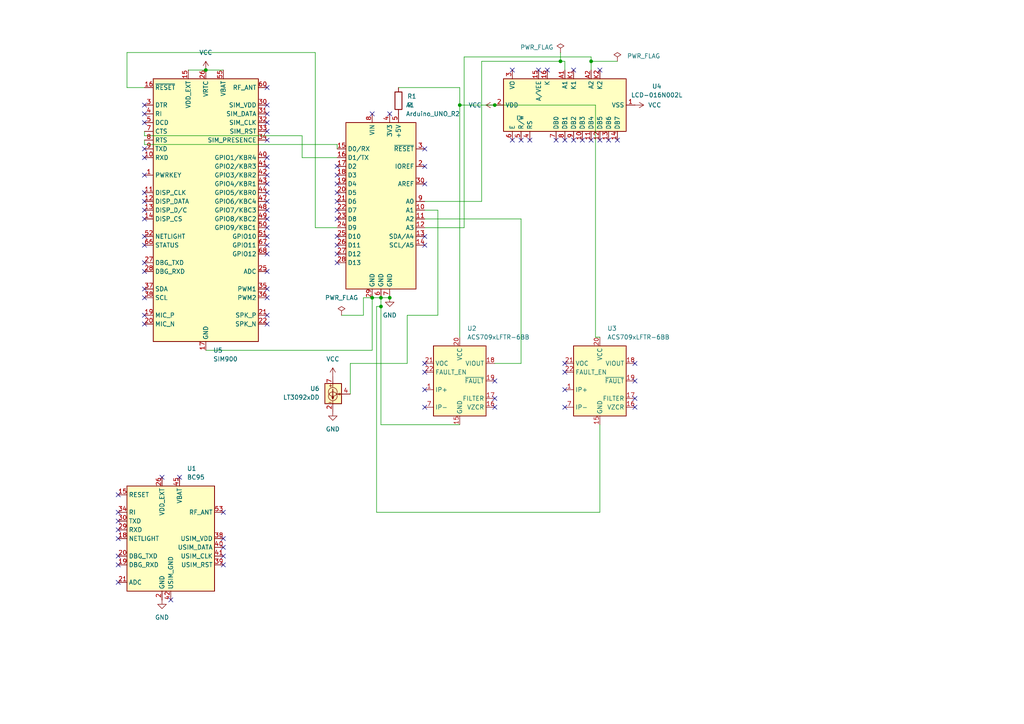
<source format=kicad_sch>
(kicad_sch
	(version 20250114)
	(generator "eeschema")
	(generator_version "9.0")
	(uuid "7a06e4b6-6f7e-4be8-8e3d-bacd53ca20fd")
	(paper "A4")
	(lib_symbols
		(symbol "Device:R"
			(pin_numbers
				(hide yes)
			)
			(pin_names
				(offset 0)
			)
			(exclude_from_sim no)
			(in_bom yes)
			(on_board yes)
			(property "Reference" "R"
				(at 2.032 0 90)
				(effects
					(font
						(size 1.27 1.27)
					)
				)
			)
			(property "Value" "R"
				(at 0 0 90)
				(effects
					(font
						(size 1.27 1.27)
					)
				)
			)
			(property "Footprint" ""
				(at -1.778 0 90)
				(effects
					(font
						(size 1.27 1.27)
					)
					(hide yes)
				)
			)
			(property "Datasheet" "~"
				(at 0 0 0)
				(effects
					(font
						(size 1.27 1.27)
					)
					(hide yes)
				)
			)
			(property "Description" "Resistor"
				(at 0 0 0)
				(effects
					(font
						(size 1.27 1.27)
					)
					(hide yes)
				)
			)
			(property "ki_keywords" "R res resistor"
				(at 0 0 0)
				(effects
					(font
						(size 1.27 1.27)
					)
					(hide yes)
				)
			)
			(property "ki_fp_filters" "R_*"
				(at 0 0 0)
				(effects
					(font
						(size 1.27 1.27)
					)
					(hide yes)
				)
			)
			(symbol "R_0_1"
				(rectangle
					(start -1.016 -2.54)
					(end 1.016 2.54)
					(stroke
						(width 0.254)
						(type default)
					)
					(fill
						(type none)
					)
				)
			)
			(symbol "R_1_1"
				(pin passive line
					(at 0 3.81 270)
					(length 1.27)
					(name "~"
						(effects
							(font
								(size 1.27 1.27)
							)
						)
					)
					(number "1"
						(effects
							(font
								(size 1.27 1.27)
							)
						)
					)
				)
				(pin passive line
					(at 0 -3.81 90)
					(length 1.27)
					(name "~"
						(effects
							(font
								(size 1.27 1.27)
							)
						)
					)
					(number "2"
						(effects
							(font
								(size 1.27 1.27)
							)
						)
					)
				)
			)
			(embedded_fonts no)
		)
		(symbol "Display_Character:LCD-016N002L"
			(exclude_from_sim no)
			(in_bom yes)
			(on_board yes)
			(property "Reference" "U"
				(at -6.35 18.796 0)
				(effects
					(font
						(size 1.27 1.27)
					)
				)
			)
			(property "Value" "LCD-016N002L"
				(at 8.636 18.796 0)
				(effects
					(font
						(size 1.27 1.27)
					)
				)
			)
			(property "Footprint" "Display:LCD-016N002L"
				(at 0.508 -23.368 0)
				(effects
					(font
						(size 1.27 1.27)
					)
					(hide yes)
				)
			)
			(property "Datasheet" "http://www.vishay.com/docs/37299/37299.pdf"
				(at 12.7 -7.62 0)
				(effects
					(font
						(size 1.27 1.27)
					)
					(hide yes)
				)
			)
			(property "Description" "LCD 12x2, 8 bit parallel bus, 3V or 5V VDD"
				(at 0 0 0)
				(effects
					(font
						(size 1.27 1.27)
					)
					(hide yes)
				)
			)
			(property "ki_keywords" "display LCD dot-matrix"
				(at 0 0 0)
				(effects
					(font
						(size 1.27 1.27)
					)
					(hide yes)
				)
			)
			(property "ki_fp_filters" "*LCD*016N002L*"
				(at 0 0 0)
				(effects
					(font
						(size 1.27 1.27)
					)
					(hide yes)
				)
			)
			(symbol "LCD-016N002L_1_1"
				(rectangle
					(start -7.62 17.78)
					(end 7.62 -17.78)
					(stroke
						(width 0.254)
						(type default)
					)
					(fill
						(type background)
					)
				)
				(pin input line
					(at -10.16 15.24 0)
					(length 2.54)
					(name "E"
						(effects
							(font
								(size 1.27 1.27)
							)
						)
					)
					(number "6"
						(effects
							(font
								(size 1.27 1.27)
							)
						)
					)
				)
				(pin input line
					(at -10.16 12.7 0)
					(length 2.54)
					(name "R/~{W}"
						(effects
							(font
								(size 1.27 1.27)
							)
						)
					)
					(number "5"
						(effects
							(font
								(size 1.27 1.27)
							)
						)
					)
				)
				(pin input line
					(at -10.16 10.16 0)
					(length 2.54)
					(name "RS"
						(effects
							(font
								(size 1.27 1.27)
							)
						)
					)
					(number "4"
						(effects
							(font
								(size 1.27 1.27)
							)
						)
					)
				)
				(pin bidirectional line
					(at -10.16 2.54 0)
					(length 2.54)
					(name "DB0"
						(effects
							(font
								(size 1.27 1.27)
							)
						)
					)
					(number "7"
						(effects
							(font
								(size 1.27 1.27)
							)
						)
					)
				)
				(pin bidirectional line
					(at -10.16 0 0)
					(length 2.54)
					(name "DB1"
						(effects
							(font
								(size 1.27 1.27)
							)
						)
					)
					(number "8"
						(effects
							(font
								(size 1.27 1.27)
							)
						)
					)
				)
				(pin bidirectional line
					(at -10.16 -2.54 0)
					(length 2.54)
					(name "DB2"
						(effects
							(font
								(size 1.27 1.27)
							)
						)
					)
					(number "9"
						(effects
							(font
								(size 1.27 1.27)
							)
						)
					)
				)
				(pin bidirectional line
					(at -10.16 -5.08 0)
					(length 2.54)
					(name "DB3"
						(effects
							(font
								(size 1.27 1.27)
							)
						)
					)
					(number "10"
						(effects
							(font
								(size 1.27 1.27)
							)
						)
					)
				)
				(pin bidirectional line
					(at -10.16 -7.62 0)
					(length 2.54)
					(name "DB4"
						(effects
							(font
								(size 1.27 1.27)
							)
						)
					)
					(number "11"
						(effects
							(font
								(size 1.27 1.27)
							)
						)
					)
				)
				(pin bidirectional line
					(at -10.16 -10.16 0)
					(length 2.54)
					(name "DB5"
						(effects
							(font
								(size 1.27 1.27)
							)
						)
					)
					(number "12"
						(effects
							(font
								(size 1.27 1.27)
							)
						)
					)
				)
				(pin bidirectional line
					(at -10.16 -12.7 0)
					(length 2.54)
					(name "DB6"
						(effects
							(font
								(size 1.27 1.27)
							)
						)
					)
					(number "13"
						(effects
							(font
								(size 1.27 1.27)
							)
						)
					)
				)
				(pin bidirectional line
					(at -10.16 -15.24 0)
					(length 2.54)
					(name "DB7"
						(effects
							(font
								(size 1.27 1.27)
							)
						)
					)
					(number "14"
						(effects
							(font
								(size 1.27 1.27)
							)
						)
					)
				)
				(pin power_in line
					(at 0 20.32 270)
					(length 2.54)
					(name "VDD"
						(effects
							(font
								(size 1.27 1.27)
							)
						)
					)
					(number "2"
						(effects
							(font
								(size 1.27 1.27)
							)
						)
					)
				)
				(pin power_in line
					(at 0 -20.32 90)
					(length 2.54)
					(name "VSS"
						(effects
							(font
								(size 1.27 1.27)
							)
						)
					)
					(number "1"
						(effects
							(font
								(size 1.27 1.27)
							)
						)
					)
				)
				(pin input line
					(at 10.16 15.24 180)
					(length 2.54)
					(name "VO"
						(effects
							(font
								(size 1.27 1.27)
							)
						)
					)
					(number "3"
						(effects
							(font
								(size 1.27 1.27)
							)
						)
					)
				)
				(pin power_in line
					(at 10.16 7.62 180)
					(length 2.54)
					(name "A/VEE"
						(effects
							(font
								(size 1.27 1.27)
							)
						)
					)
					(number "15"
						(effects
							(font
								(size 1.27 1.27)
							)
						)
					)
				)
				(pin power_in line
					(at 10.16 5.08 180)
					(length 2.54)
					(name "K"
						(effects
							(font
								(size 1.27 1.27)
							)
						)
					)
					(number "16"
						(effects
							(font
								(size 1.27 1.27)
							)
						)
					)
				)
				(pin power_in line
					(at 10.16 0 180)
					(length 2.54)
					(name "A1"
						(effects
							(font
								(size 1.27 1.27)
							)
						)
					)
					(number "A1"
						(effects
							(font
								(size 1.27 1.27)
							)
						)
					)
				)
				(pin power_in line
					(at 10.16 -2.54 180)
					(length 2.54)
					(name "K1"
						(effects
							(font
								(size 1.27 1.27)
							)
						)
					)
					(number "K1"
						(effects
							(font
								(size 1.27 1.27)
							)
						)
					)
				)
				(pin power_in line
					(at 10.16 -7.62 180)
					(length 2.54)
					(name "A2"
						(effects
							(font
								(size 1.27 1.27)
							)
						)
					)
					(number "A2"
						(effects
							(font
								(size 1.27 1.27)
							)
						)
					)
				)
				(pin power_in line
					(at 10.16 -10.16 180)
					(length 2.54)
					(name "K2"
						(effects
							(font
								(size 1.27 1.27)
							)
						)
					)
					(number "K2"
						(effects
							(font
								(size 1.27 1.27)
							)
						)
					)
				)
			)
			(embedded_fonts no)
		)
		(symbol "MCU_Module:Arduino_UNO_R2"
			(exclude_from_sim no)
			(in_bom yes)
			(on_board yes)
			(property "Reference" "A"
				(at -10.16 23.495 0)
				(effects
					(font
						(size 1.27 1.27)
					)
					(justify left bottom)
				)
			)
			(property "Value" "Arduino_UNO_R2"
				(at 5.08 -26.67 0)
				(effects
					(font
						(size 1.27 1.27)
					)
					(justify left top)
				)
			)
			(property "Footprint" "Module:Arduino_UNO_R2"
				(at 0 0 0)
				(effects
					(font
						(size 1.27 1.27)
						(italic yes)
					)
					(hide yes)
				)
			)
			(property "Datasheet" "https://www.arduino.cc/en/Main/arduinoBoardUno"
				(at 0 0 0)
				(effects
					(font
						(size 1.27 1.27)
					)
					(hide yes)
				)
			)
			(property "Description" "Arduino UNO Microcontroller Module, release 2"
				(at 0 0 0)
				(effects
					(font
						(size 1.27 1.27)
					)
					(hide yes)
				)
			)
			(property "ki_keywords" "Arduino UNO R3 Microcontroller Module Atmel AVR USB"
				(at 0 0 0)
				(effects
					(font
						(size 1.27 1.27)
					)
					(hide yes)
				)
			)
			(property "ki_fp_filters" "Arduino*UNO*R2*"
				(at 0 0 0)
				(effects
					(font
						(size 1.27 1.27)
					)
					(hide yes)
				)
			)
			(symbol "Arduino_UNO_R2_0_1"
				(rectangle
					(start -10.16 22.86)
					(end 10.16 -25.4)
					(stroke
						(width 0.254)
						(type default)
					)
					(fill
						(type background)
					)
				)
			)
			(symbol "Arduino_UNO_R2_1_1"
				(pin bidirectional line
					(at -12.7 15.24 0)
					(length 2.54)
					(name "D0/RX"
						(effects
							(font
								(size 1.27 1.27)
							)
						)
					)
					(number "15"
						(effects
							(font
								(size 1.27 1.27)
							)
						)
					)
				)
				(pin bidirectional line
					(at -12.7 12.7 0)
					(length 2.54)
					(name "D1/TX"
						(effects
							(font
								(size 1.27 1.27)
							)
						)
					)
					(number "16"
						(effects
							(font
								(size 1.27 1.27)
							)
						)
					)
				)
				(pin bidirectional line
					(at -12.7 10.16 0)
					(length 2.54)
					(name "D2"
						(effects
							(font
								(size 1.27 1.27)
							)
						)
					)
					(number "17"
						(effects
							(font
								(size 1.27 1.27)
							)
						)
					)
				)
				(pin bidirectional line
					(at -12.7 7.62 0)
					(length 2.54)
					(name "D3"
						(effects
							(font
								(size 1.27 1.27)
							)
						)
					)
					(number "18"
						(effects
							(font
								(size 1.27 1.27)
							)
						)
					)
				)
				(pin bidirectional line
					(at -12.7 5.08 0)
					(length 2.54)
					(name "D4"
						(effects
							(font
								(size 1.27 1.27)
							)
						)
					)
					(number "19"
						(effects
							(font
								(size 1.27 1.27)
							)
						)
					)
				)
				(pin bidirectional line
					(at -12.7 2.54 0)
					(length 2.54)
					(name "D5"
						(effects
							(font
								(size 1.27 1.27)
							)
						)
					)
					(number "20"
						(effects
							(font
								(size 1.27 1.27)
							)
						)
					)
				)
				(pin bidirectional line
					(at -12.7 0 0)
					(length 2.54)
					(name "D6"
						(effects
							(font
								(size 1.27 1.27)
							)
						)
					)
					(number "21"
						(effects
							(font
								(size 1.27 1.27)
							)
						)
					)
				)
				(pin bidirectional line
					(at -12.7 -2.54 0)
					(length 2.54)
					(name "D7"
						(effects
							(font
								(size 1.27 1.27)
							)
						)
					)
					(number "22"
						(effects
							(font
								(size 1.27 1.27)
							)
						)
					)
				)
				(pin bidirectional line
					(at -12.7 -5.08 0)
					(length 2.54)
					(name "D8"
						(effects
							(font
								(size 1.27 1.27)
							)
						)
					)
					(number "23"
						(effects
							(font
								(size 1.27 1.27)
							)
						)
					)
				)
				(pin bidirectional line
					(at -12.7 -7.62 0)
					(length 2.54)
					(name "D9"
						(effects
							(font
								(size 1.27 1.27)
							)
						)
					)
					(number "24"
						(effects
							(font
								(size 1.27 1.27)
							)
						)
					)
				)
				(pin bidirectional line
					(at -12.7 -10.16 0)
					(length 2.54)
					(name "D10"
						(effects
							(font
								(size 1.27 1.27)
							)
						)
					)
					(number "25"
						(effects
							(font
								(size 1.27 1.27)
							)
						)
					)
				)
				(pin bidirectional line
					(at -12.7 -12.7 0)
					(length 2.54)
					(name "D11"
						(effects
							(font
								(size 1.27 1.27)
							)
						)
					)
					(number "26"
						(effects
							(font
								(size 1.27 1.27)
							)
						)
					)
				)
				(pin bidirectional line
					(at -12.7 -15.24 0)
					(length 2.54)
					(name "D12"
						(effects
							(font
								(size 1.27 1.27)
							)
						)
					)
					(number "27"
						(effects
							(font
								(size 1.27 1.27)
							)
						)
					)
				)
				(pin bidirectional line
					(at -12.7 -17.78 0)
					(length 2.54)
					(name "D13"
						(effects
							(font
								(size 1.27 1.27)
							)
						)
					)
					(number "28"
						(effects
							(font
								(size 1.27 1.27)
							)
						)
					)
				)
				(pin no_connect line
					(at -10.16 -20.32 0)
					(length 2.54)
					(hide yes)
					(name "NC"
						(effects
							(font
								(size 1.27 1.27)
							)
						)
					)
					(number "1"
						(effects
							(font
								(size 1.27 1.27)
							)
						)
					)
				)
				(pin power_in line
					(at -2.54 25.4 270)
					(length 2.54)
					(name "VIN"
						(effects
							(font
								(size 1.27 1.27)
							)
						)
					)
					(number "8"
						(effects
							(font
								(size 1.27 1.27)
							)
						)
					)
				)
				(pin power_in line
					(at -2.54 -27.94 90)
					(length 2.54)
					(name "GND"
						(effects
							(font
								(size 1.27 1.27)
							)
						)
					)
					(number "29"
						(effects
							(font
								(size 1.27 1.27)
							)
						)
					)
				)
				(pin power_in line
					(at 0 -27.94 90)
					(length 2.54)
					(name "GND"
						(effects
							(font
								(size 1.27 1.27)
							)
						)
					)
					(number "6"
						(effects
							(font
								(size 1.27 1.27)
							)
						)
					)
				)
				(pin power_out line
					(at 2.54 25.4 270)
					(length 2.54)
					(name "3V3"
						(effects
							(font
								(size 1.27 1.27)
							)
						)
					)
					(number "4"
						(effects
							(font
								(size 1.27 1.27)
							)
						)
					)
				)
				(pin power_in line
					(at 2.54 -27.94 90)
					(length 2.54)
					(name "GND"
						(effects
							(font
								(size 1.27 1.27)
							)
						)
					)
					(number "7"
						(effects
							(font
								(size 1.27 1.27)
							)
						)
					)
				)
				(pin power_out line
					(at 5.08 25.4 270)
					(length 2.54)
					(name "+5V"
						(effects
							(font
								(size 1.27 1.27)
							)
						)
					)
					(number "5"
						(effects
							(font
								(size 1.27 1.27)
							)
						)
					)
				)
				(pin input line
					(at 12.7 15.24 180)
					(length 2.54)
					(name "~{RESET}"
						(effects
							(font
								(size 1.27 1.27)
							)
						)
					)
					(number "3"
						(effects
							(font
								(size 1.27 1.27)
							)
						)
					)
				)
				(pin output line
					(at 12.7 10.16 180)
					(length 2.54)
					(name "IOREF"
						(effects
							(font
								(size 1.27 1.27)
							)
						)
					)
					(number "2"
						(effects
							(font
								(size 1.27 1.27)
							)
						)
					)
				)
				(pin input line
					(at 12.7 5.08 180)
					(length 2.54)
					(name "AREF"
						(effects
							(font
								(size 1.27 1.27)
							)
						)
					)
					(number "30"
						(effects
							(font
								(size 1.27 1.27)
							)
						)
					)
				)
				(pin bidirectional line
					(at 12.7 0 180)
					(length 2.54)
					(name "A0"
						(effects
							(font
								(size 1.27 1.27)
							)
						)
					)
					(number "9"
						(effects
							(font
								(size 1.27 1.27)
							)
						)
					)
				)
				(pin bidirectional line
					(at 12.7 -2.54 180)
					(length 2.54)
					(name "A1"
						(effects
							(font
								(size 1.27 1.27)
							)
						)
					)
					(number "10"
						(effects
							(font
								(size 1.27 1.27)
							)
						)
					)
				)
				(pin bidirectional line
					(at 12.7 -5.08 180)
					(length 2.54)
					(name "A2"
						(effects
							(font
								(size 1.27 1.27)
							)
						)
					)
					(number "11"
						(effects
							(font
								(size 1.27 1.27)
							)
						)
					)
				)
				(pin bidirectional line
					(at 12.7 -7.62 180)
					(length 2.54)
					(name "A3"
						(effects
							(font
								(size 1.27 1.27)
							)
						)
					)
					(number "12"
						(effects
							(font
								(size 1.27 1.27)
							)
						)
					)
				)
				(pin bidirectional line
					(at 12.7 -10.16 180)
					(length 2.54)
					(name "SDA/A4"
						(effects
							(font
								(size 1.27 1.27)
							)
						)
					)
					(number "13"
						(effects
							(font
								(size 1.27 1.27)
							)
						)
					)
				)
				(pin bidirectional line
					(at 12.7 -12.7 180)
					(length 2.54)
					(name "SCL/A5"
						(effects
							(font
								(size 1.27 1.27)
							)
						)
					)
					(number "14"
						(effects
							(font
								(size 1.27 1.27)
							)
						)
					)
				)
			)
			(embedded_fonts no)
		)
		(symbol "RF_GSM:BC95"
			(exclude_from_sim no)
			(in_bom yes)
			(on_board yes)
			(property "Reference" "U"
				(at -11.43 16.51 0)
				(effects
					(font
						(size 1.27 1.27)
					)
				)
			)
			(property "Value" "BC95"
				(at 10.16 16.51 0)
				(effects
					(font
						(size 1.27 1.27)
					)
				)
			)
			(property "Footprint" "RF_GSM:Quectel_BC95"
				(at 11.43 -16.51 0)
				(effects
					(font
						(size 1.27 1.27)
					)
					(hide yes)
				)
			)
			(property "Datasheet" "https://www.quectel.com/UploadImage/Downlad/Quectel_BC95_Hardware_Design_V1.3.pdf"
				(at 0 0 0)
				(effects
					(font
						(size 1.27 1.27)
					)
					(hide yes)
				)
			)
			(property "Description" "NB-IoT, GSM Quad-Band Communication Module, GPRS, Audio Engine, AT Command Set"
				(at 0 0 0)
				(effects
					(font
						(size 1.27 1.27)
					)
					(hide yes)
				)
			)
			(property "ki_keywords" "NB-IoT GSM GPRS Quad-Band SMS"
				(at 0 0 0)
				(effects
					(font
						(size 1.27 1.27)
					)
					(hide yes)
				)
			)
			(property "ki_fp_filters" "Quectel?BC95*"
				(at 0 0 0)
				(effects
					(font
						(size 1.27 1.27)
					)
					(hide yes)
				)
			)
			(symbol "BC95_0_1"
				(rectangle
					(start -12.7 15.24)
					(end 12.7 -15.24)
					(stroke
						(width 0.254)
						(type default)
					)
					(fill
						(type background)
					)
				)
			)
			(symbol "BC95_1_1"
				(pin input line
					(at -15.24 12.7 0)
					(length 2.54)
					(name "RESET"
						(effects
							(font
								(size 1.27 1.27)
							)
						)
					)
					(number "15"
						(effects
							(font
								(size 1.27 1.27)
							)
						)
					)
				)
				(pin output line
					(at -15.24 7.62 0)
					(length 2.54)
					(name "RI"
						(effects
							(font
								(size 1.27 1.27)
							)
						)
					)
					(number "34"
						(effects
							(font
								(size 1.27 1.27)
							)
						)
					)
				)
				(pin output line
					(at -15.24 5.08 0)
					(length 2.54)
					(name "TXD"
						(effects
							(font
								(size 1.27 1.27)
							)
						)
					)
					(number "30"
						(effects
							(font
								(size 1.27 1.27)
							)
						)
					)
				)
				(pin input line
					(at -15.24 2.54 0)
					(length 2.54)
					(name "RXD"
						(effects
							(font
								(size 1.27 1.27)
							)
						)
					)
					(number "29"
						(effects
							(font
								(size 1.27 1.27)
							)
						)
					)
				)
				(pin output line
					(at -15.24 0 0)
					(length 2.54)
					(name "NETLIGHT"
						(effects
							(font
								(size 1.27 1.27)
							)
						)
					)
					(number "18"
						(effects
							(font
								(size 1.27 1.27)
							)
						)
					)
				)
				(pin output line
					(at -15.24 -5.08 0)
					(length 2.54)
					(name "DBG_TXD"
						(effects
							(font
								(size 1.27 1.27)
							)
						)
					)
					(number "20"
						(effects
							(font
								(size 1.27 1.27)
							)
						)
					)
				)
				(pin input line
					(at -15.24 -7.62 0)
					(length 2.54)
					(name "DBG_RXD"
						(effects
							(font
								(size 1.27 1.27)
							)
						)
					)
					(number "19"
						(effects
							(font
								(size 1.27 1.27)
							)
						)
					)
				)
				(pin input line
					(at -15.24 -12.7 0)
					(length 2.54)
					(name "ADC"
						(effects
							(font
								(size 1.27 1.27)
							)
						)
					)
					(number "21"
						(effects
							(font
								(size 1.27 1.27)
							)
						)
					)
				)
				(pin power_out line
					(at -2.54 17.78 270)
					(length 2.54)
					(name "VDD_EXT"
						(effects
							(font
								(size 1.27 1.27)
							)
						)
					)
					(number "26"
						(effects
							(font
								(size 1.27 1.27)
							)
						)
					)
				)
				(pin power_in line
					(at -2.54 -17.78 90)
					(length 2.54)
					(name "GND"
						(effects
							(font
								(size 1.27 1.27)
							)
						)
					)
					(number "2"
						(effects
							(font
								(size 1.27 1.27)
							)
						)
					)
				)
				(pin passive line
					(at -2.54 -17.78 90)
					(length 2.54)
					(hide yes)
					(name "GND"
						(effects
							(font
								(size 1.27 1.27)
							)
						)
					)
					(number "43"
						(effects
							(font
								(size 1.27 1.27)
							)
						)
					)
				)
				(pin passive line
					(at -2.54 -17.78 90)
					(length 2.54)
					(hide yes)
					(name "GND"
						(effects
							(font
								(size 1.27 1.27)
							)
						)
					)
					(number "47"
						(effects
							(font
								(size 1.27 1.27)
							)
						)
					)
				)
				(pin passive line
					(at -2.54 -17.78 90)
					(length 2.54)
					(hide yes)
					(name "GND"
						(effects
							(font
								(size 1.27 1.27)
							)
						)
					)
					(number "48"
						(effects
							(font
								(size 1.27 1.27)
							)
						)
					)
				)
				(pin passive line
					(at -2.54 -17.78 90)
					(length 2.54)
					(hide yes)
					(name "GND"
						(effects
							(font
								(size 1.27 1.27)
							)
						)
					)
					(number "51"
						(effects
							(font
								(size 1.27 1.27)
							)
						)
					)
				)
				(pin passive line
					(at -2.54 -17.78 90)
					(length 2.54)
					(hide yes)
					(name "GND"
						(effects
							(font
								(size 1.27 1.27)
							)
						)
					)
					(number "52"
						(effects
							(font
								(size 1.27 1.27)
							)
						)
					)
				)
				(pin passive line
					(at -2.54 -17.78 90)
					(length 2.54)
					(hide yes)
					(name "GND"
						(effects
							(font
								(size 1.27 1.27)
							)
						)
					)
					(number "54"
						(effects
							(font
								(size 1.27 1.27)
							)
						)
					)
				)
				(pin passive line
					(at -2.54 -17.78 90)
					(length 2.54)
					(hide yes)
					(name "GND"
						(effects
							(font
								(size 1.27 1.27)
							)
						)
					)
					(number "59"
						(effects
							(font
								(size 1.27 1.27)
							)
						)
					)
				)
				(pin passive line
					(at -2.54 -17.78 90)
					(length 2.54)
					(hide yes)
					(name "GND"
						(effects
							(font
								(size 1.27 1.27)
							)
						)
					)
					(number "60"
						(effects
							(font
								(size 1.27 1.27)
							)
						)
					)
				)
				(pin passive line
					(at -2.54 -17.78 90)
					(length 2.54)
					(hide yes)
					(name "GND"
						(effects
							(font
								(size 1.27 1.27)
							)
						)
					)
					(number "61"
						(effects
							(font
								(size 1.27 1.27)
							)
						)
					)
				)
				(pin passive line
					(at -2.54 -17.78 90)
					(length 2.54)
					(hide yes)
					(name "GND"
						(effects
							(font
								(size 1.27 1.27)
							)
						)
					)
					(number "62"
						(effects
							(font
								(size 1.27 1.27)
							)
						)
					)
				)
				(pin passive line
					(at -2.54 -17.78 90)
					(length 2.54)
					(hide yes)
					(name "GND"
						(effects
							(font
								(size 1.27 1.27)
							)
						)
					)
					(number "63"
						(effects
							(font
								(size 1.27 1.27)
							)
						)
					)
				)
				(pin passive line
					(at -2.54 -17.78 90)
					(length 2.54)
					(hide yes)
					(name "GND"
						(effects
							(font
								(size 1.27 1.27)
							)
						)
					)
					(number "64"
						(effects
							(font
								(size 1.27 1.27)
							)
						)
					)
				)
				(pin passive line
					(at -2.54 -17.78 90)
					(length 2.54)
					(hide yes)
					(name "GND"
						(effects
							(font
								(size 1.27 1.27)
							)
						)
					)
					(number "65"
						(effects
							(font
								(size 1.27 1.27)
							)
						)
					)
				)
				(pin passive line
					(at -2.54 -17.78 90)
					(length 2.54)
					(hide yes)
					(name "GND"
						(effects
							(font
								(size 1.27 1.27)
							)
						)
					)
					(number "66"
						(effects
							(font
								(size 1.27 1.27)
							)
						)
					)
				)
				(pin passive line
					(at -2.54 -17.78 90)
					(length 2.54)
					(hide yes)
					(name "GND"
						(effects
							(font
								(size 1.27 1.27)
							)
						)
					)
					(number "71"
						(effects
							(font
								(size 1.27 1.27)
							)
						)
					)
				)
				(pin passive line
					(at -2.54 -17.78 90)
					(length 2.54)
					(hide yes)
					(name "GND"
						(effects
							(font
								(size 1.27 1.27)
							)
						)
					)
					(number "72"
						(effects
							(font
								(size 1.27 1.27)
							)
						)
					)
				)
				(pin passive line
					(at -2.54 -17.78 90)
					(length 2.54)
					(hide yes)
					(name "GND"
						(effects
							(font
								(size 1.27 1.27)
							)
						)
					)
					(number "73"
						(effects
							(font
								(size 1.27 1.27)
							)
						)
					)
				)
				(pin passive line
					(at -2.54 -17.78 90)
					(length 2.54)
					(hide yes)
					(name "GND"
						(effects
							(font
								(size 1.27 1.27)
							)
						)
					)
					(number "74"
						(effects
							(font
								(size 1.27 1.27)
							)
						)
					)
				)
				(pin passive line
					(at -2.54 -17.78 90)
					(length 2.54)
					(hide yes)
					(name "GND"
						(effects
							(font
								(size 1.27 1.27)
							)
						)
					)
					(number "81"
						(effects
							(font
								(size 1.27 1.27)
							)
						)
					)
				)
				(pin passive line
					(at -2.54 -17.78 90)
					(length 2.54)
					(hide yes)
					(name "GND"
						(effects
							(font
								(size 1.27 1.27)
							)
						)
					)
					(number "82"
						(effects
							(font
								(size 1.27 1.27)
							)
						)
					)
				)
				(pin passive line
					(at -2.54 -17.78 90)
					(length 2.54)
					(hide yes)
					(name "GND"
						(effects
							(font
								(size 1.27 1.27)
							)
						)
					)
					(number "83"
						(effects
							(font
								(size 1.27 1.27)
							)
						)
					)
				)
				(pin passive line
					(at -2.54 -17.78 90)
					(length 2.54)
					(hide yes)
					(name "GND"
						(effects
							(font
								(size 1.27 1.27)
							)
						)
					)
					(number "92"
						(effects
							(font
								(size 1.27 1.27)
							)
						)
					)
				)
				(pin passive line
					(at -2.54 -17.78 90)
					(length 2.54)
					(hide yes)
					(name "GND"
						(effects
							(font
								(size 1.27 1.27)
							)
						)
					)
					(number "93"
						(effects
							(font
								(size 1.27 1.27)
							)
						)
					)
				)
				(pin passive line
					(at -2.54 -17.78 90)
					(length 2.54)
					(hide yes)
					(name "GND"
						(effects
							(font
								(size 1.27 1.27)
							)
						)
					)
					(number "94"
						(effects
							(font
								(size 1.27 1.27)
							)
						)
					)
				)
				(pin power_in line
					(at 0 -17.78 90)
					(length 2.54)
					(name "USIM_GND"
						(effects
							(font
								(size 1.27 1.27)
							)
						)
					)
					(number "42"
						(effects
							(font
								(size 1.27 1.27)
							)
						)
					)
				)
				(pin power_in line
					(at 2.54 17.78 270)
					(length 2.54)
					(name "VBAT"
						(effects
							(font
								(size 1.27 1.27)
							)
						)
					)
					(number "45"
						(effects
							(font
								(size 1.27 1.27)
							)
						)
					)
				)
				(pin passive line
					(at 2.54 17.78 270)
					(length 2.54)
					(hide yes)
					(name "VBAT"
						(effects
							(font
								(size 1.27 1.27)
							)
						)
					)
					(number "46"
						(effects
							(font
								(size 1.27 1.27)
							)
						)
					)
				)
				(pin passive line
					(at 15.24 7.62 180)
					(length 2.54)
					(name "RF_ANT"
						(effects
							(font
								(size 1.27 1.27)
							)
						)
					)
					(number "53"
						(effects
							(font
								(size 1.27 1.27)
							)
						)
					)
				)
				(pin power_out line
					(at 15.24 0 180)
					(length 2.54)
					(name "USIM_VDD"
						(effects
							(font
								(size 1.27 1.27)
							)
						)
					)
					(number "38"
						(effects
							(font
								(size 1.27 1.27)
							)
						)
					)
				)
				(pin bidirectional line
					(at 15.24 -2.54 180)
					(length 2.54)
					(name "USIM_DATA"
						(effects
							(font
								(size 1.27 1.27)
							)
						)
					)
					(number "40"
						(effects
							(font
								(size 1.27 1.27)
							)
						)
					)
				)
				(pin output line
					(at 15.24 -5.08 180)
					(length 2.54)
					(name "USIM_CLK"
						(effects
							(font
								(size 1.27 1.27)
							)
						)
					)
					(number "41"
						(effects
							(font
								(size 1.27 1.27)
							)
						)
					)
				)
				(pin output line
					(at 15.24 -7.62 180)
					(length 2.54)
					(name "USIM_RST"
						(effects
							(font
								(size 1.27 1.27)
							)
						)
					)
					(number "39"
						(effects
							(font
								(size 1.27 1.27)
							)
						)
					)
				)
			)
			(embedded_fonts no)
		)
		(symbol "RF_GSM:SIM900"
			(exclude_from_sim no)
			(in_bom yes)
			(on_board yes)
			(property "Reference" "U"
				(at -15.24 39.37 0)
				(effects
					(font
						(size 1.27 1.27)
					)
					(justify left)
				)
			)
			(property "Value" "SIM900"
				(at 8.89 39.37 0)
				(effects
					(font
						(size 1.27 1.27)
					)
					(justify left)
				)
			)
			(property "Footprint" "RF_GSM:SIMCom_SIM900"
				(at 12.7 -39.37 0)
				(effects
					(font
						(size 1.27 1.27)
					)
					(hide yes)
				)
			)
			(property "Datasheet" "http://simcom.ee/documents/SIM900/SIM900_Hardware%20Design_V2.05.pdf"
				(at -50.8 33.02 0)
				(effects
					(font
						(size 1.27 1.27)
					)
					(hide yes)
				)
			)
			(property "Description" "GSM Quad-Band Communication Module, GPRS, Audio Engine, AT Command Set"
				(at 0 0 0)
				(effects
					(font
						(size 1.27 1.27)
					)
					(hide yes)
				)
			)
			(property "ki_keywords" "GSM GPRS Quad-Band SMS FAX"
				(at 0 0 0)
				(effects
					(font
						(size 1.27 1.27)
					)
					(hide yes)
				)
			)
			(property "ki_fp_filters" "SIMCom*SIM900*"
				(at 0 0 0)
				(effects
					(font
						(size 1.27 1.27)
					)
					(hide yes)
				)
			)
			(symbol "SIM900_0_1"
				(rectangle
					(start -15.24 38.1)
					(end 15.24 -38.1)
					(stroke
						(width 0.254)
						(type default)
					)
					(fill
						(type background)
					)
				)
			)
			(symbol "SIM900_1_1"
				(pin input line
					(at -17.78 35.56 0)
					(length 2.54)
					(name "~{RESET}"
						(effects
							(font
								(size 1.27 1.27)
							)
						)
					)
					(number "16"
						(effects
							(font
								(size 1.27 1.27)
							)
						)
					)
				)
				(pin input line
					(at -17.78 30.48 0)
					(length 2.54)
					(name "DTR"
						(effects
							(font
								(size 1.27 1.27)
							)
						)
					)
					(number "3"
						(effects
							(font
								(size 1.27 1.27)
							)
						)
					)
				)
				(pin output line
					(at -17.78 27.94 0)
					(length 2.54)
					(name "RI"
						(effects
							(font
								(size 1.27 1.27)
							)
						)
					)
					(number "4"
						(effects
							(font
								(size 1.27 1.27)
							)
						)
					)
				)
				(pin output line
					(at -17.78 25.4 0)
					(length 2.54)
					(name "DCD"
						(effects
							(font
								(size 1.27 1.27)
							)
						)
					)
					(number "5"
						(effects
							(font
								(size 1.27 1.27)
							)
						)
					)
				)
				(pin output line
					(at -17.78 22.86 0)
					(length 2.54)
					(name "CTS"
						(effects
							(font
								(size 1.27 1.27)
							)
						)
					)
					(number "7"
						(effects
							(font
								(size 1.27 1.27)
							)
						)
					)
				)
				(pin input line
					(at -17.78 20.32 0)
					(length 2.54)
					(name "RTS"
						(effects
							(font
								(size 1.27 1.27)
							)
						)
					)
					(number "8"
						(effects
							(font
								(size 1.27 1.27)
							)
						)
					)
				)
				(pin output line
					(at -17.78 17.78 0)
					(length 2.54)
					(name "TXD"
						(effects
							(font
								(size 1.27 1.27)
							)
						)
					)
					(number "9"
						(effects
							(font
								(size 1.27 1.27)
							)
						)
					)
				)
				(pin input line
					(at -17.78 15.24 0)
					(length 2.54)
					(name "RXD"
						(effects
							(font
								(size 1.27 1.27)
							)
						)
					)
					(number "10"
						(effects
							(font
								(size 1.27 1.27)
							)
						)
					)
				)
				(pin input line
					(at -17.78 10.16 0)
					(length 2.54)
					(name "PWRKEY"
						(effects
							(font
								(size 1.27 1.27)
							)
						)
					)
					(number "1"
						(effects
							(font
								(size 1.27 1.27)
							)
						)
					)
				)
				(pin output line
					(at -17.78 5.08 0)
					(length 2.54)
					(name "DISP_CLK"
						(effects
							(font
								(size 1.27 1.27)
							)
						)
					)
					(number "11"
						(effects
							(font
								(size 1.27 1.27)
							)
						)
					)
				)
				(pin bidirectional line
					(at -17.78 2.54 0)
					(length 2.54)
					(name "DISP_DATA"
						(effects
							(font
								(size 1.27 1.27)
							)
						)
					)
					(number "12"
						(effects
							(font
								(size 1.27 1.27)
							)
						)
					)
				)
				(pin output line
					(at -17.78 0 0)
					(length 2.54)
					(name "DISP_D/C"
						(effects
							(font
								(size 1.27 1.27)
							)
						)
					)
					(number "13"
						(effects
							(font
								(size 1.27 1.27)
							)
						)
					)
				)
				(pin output line
					(at -17.78 -2.54 0)
					(length 2.54)
					(name "DISP_CS"
						(effects
							(font
								(size 1.27 1.27)
							)
						)
					)
					(number "14"
						(effects
							(font
								(size 1.27 1.27)
							)
						)
					)
				)
				(pin output line
					(at -17.78 -7.62 0)
					(length 2.54)
					(name "NETLIGHT"
						(effects
							(font
								(size 1.27 1.27)
							)
						)
					)
					(number "52"
						(effects
							(font
								(size 1.27 1.27)
							)
						)
					)
				)
				(pin output line
					(at -17.78 -10.16 0)
					(length 2.54)
					(name "STATUS"
						(effects
							(font
								(size 1.27 1.27)
							)
						)
					)
					(number "66"
						(effects
							(font
								(size 1.27 1.27)
							)
						)
					)
				)
				(pin output line
					(at -17.78 -15.24 0)
					(length 2.54)
					(name "DBG_TXD"
						(effects
							(font
								(size 1.27 1.27)
							)
						)
					)
					(number "27"
						(effects
							(font
								(size 1.27 1.27)
							)
						)
					)
				)
				(pin input line
					(at -17.78 -17.78 0)
					(length 2.54)
					(name "DBG_RXD"
						(effects
							(font
								(size 1.27 1.27)
							)
						)
					)
					(number "28"
						(effects
							(font
								(size 1.27 1.27)
							)
						)
					)
				)
				(pin bidirectional line
					(at -17.78 -22.86 0)
					(length 2.54)
					(name "SDA"
						(effects
							(font
								(size 1.27 1.27)
							)
						)
					)
					(number "37"
						(effects
							(font
								(size 1.27 1.27)
							)
						)
					)
				)
				(pin output line
					(at -17.78 -25.4 0)
					(length 2.54)
					(name "SCL"
						(effects
							(font
								(size 1.27 1.27)
							)
						)
					)
					(number "38"
						(effects
							(font
								(size 1.27 1.27)
							)
						)
					)
				)
				(pin input line
					(at -17.78 -30.48 0)
					(length 2.54)
					(name "MIC_P"
						(effects
							(font
								(size 1.27 1.27)
							)
						)
					)
					(number "19"
						(effects
							(font
								(size 1.27 1.27)
							)
						)
					)
				)
				(pin input line
					(at -17.78 -33.02 0)
					(length 2.54)
					(name "MIC_N"
						(effects
							(font
								(size 1.27 1.27)
							)
						)
					)
					(number "20"
						(effects
							(font
								(size 1.27 1.27)
							)
						)
					)
				)
				(pin power_out line
					(at -5.08 40.64 270)
					(length 2.54)
					(name "VDD_EXT"
						(effects
							(font
								(size 1.27 1.27)
							)
						)
					)
					(number "15"
						(effects
							(font
								(size 1.27 1.27)
							)
						)
					)
				)
				(pin power_in line
					(at 0 40.64 270)
					(length 2.54)
					(name "VRTC"
						(effects
							(font
								(size 1.27 1.27)
							)
						)
					)
					(number "26"
						(effects
							(font
								(size 1.27 1.27)
							)
						)
					)
				)
				(pin power_in line
					(at 0 -40.64 90)
					(length 2.54)
					(name "GND"
						(effects
							(font
								(size 1.27 1.27)
							)
						)
					)
					(number "17"
						(effects
							(font
								(size 1.27 1.27)
							)
						)
					)
				)
				(pin passive line
					(at 0 -40.64 90)
					(length 2.54)
					(hide yes)
					(name "GND"
						(effects
							(font
								(size 1.27 1.27)
							)
						)
					)
					(number "18"
						(effects
							(font
								(size 1.27 1.27)
							)
						)
					)
				)
				(pin passive line
					(at 0 -40.64 90)
					(length 2.54)
					(hide yes)
					(name "GND"
						(effects
							(font
								(size 1.27 1.27)
							)
						)
					)
					(number "29"
						(effects
							(font
								(size 1.27 1.27)
							)
						)
					)
				)
				(pin passive line
					(at 0 -40.64 90)
					(length 2.54)
					(hide yes)
					(name "GND"
						(effects
							(font
								(size 1.27 1.27)
							)
						)
					)
					(number "39"
						(effects
							(font
								(size 1.27 1.27)
							)
						)
					)
				)
				(pin passive line
					(at 0 -40.64 90)
					(length 2.54)
					(hide yes)
					(name "GND"
						(effects
							(font
								(size 1.27 1.27)
							)
						)
					)
					(number "45"
						(effects
							(font
								(size 1.27 1.27)
							)
						)
					)
				)
				(pin passive line
					(at 0 -40.64 90)
					(length 2.54)
					(hide yes)
					(name "GND"
						(effects
							(font
								(size 1.27 1.27)
							)
						)
					)
					(number "46"
						(effects
							(font
								(size 1.27 1.27)
							)
						)
					)
				)
				(pin passive line
					(at 0 -40.64 90)
					(length 2.54)
					(hide yes)
					(name "GND"
						(effects
							(font
								(size 1.27 1.27)
							)
						)
					)
					(number "53"
						(effects
							(font
								(size 1.27 1.27)
							)
						)
					)
				)
				(pin passive line
					(at 0 -40.64 90)
					(length 2.54)
					(hide yes)
					(name "GND"
						(effects
							(font
								(size 1.27 1.27)
							)
						)
					)
					(number "54"
						(effects
							(font
								(size 1.27 1.27)
							)
						)
					)
				)
				(pin passive line
					(at 0 -40.64 90)
					(length 2.54)
					(hide yes)
					(name "GND"
						(effects
							(font
								(size 1.27 1.27)
							)
						)
					)
					(number "58"
						(effects
							(font
								(size 1.27 1.27)
							)
						)
					)
				)
				(pin passive line
					(at 0 -40.64 90)
					(length 2.54)
					(hide yes)
					(name "GND"
						(effects
							(font
								(size 1.27 1.27)
							)
						)
					)
					(number "59"
						(effects
							(font
								(size 1.27 1.27)
							)
						)
					)
				)
				(pin passive line
					(at 0 -40.64 90)
					(length 2.54)
					(hide yes)
					(name "GND"
						(effects
							(font
								(size 1.27 1.27)
							)
						)
					)
					(number "61"
						(effects
							(font
								(size 1.27 1.27)
							)
						)
					)
				)
				(pin passive line
					(at 0 -40.64 90)
					(length 2.54)
					(hide yes)
					(name "GND"
						(effects
							(font
								(size 1.27 1.27)
							)
						)
					)
					(number "62"
						(effects
							(font
								(size 1.27 1.27)
							)
						)
					)
				)
				(pin passive line
					(at 0 -40.64 90)
					(length 2.54)
					(hide yes)
					(name "GND"
						(effects
							(font
								(size 1.27 1.27)
							)
						)
					)
					(number "63"
						(effects
							(font
								(size 1.27 1.27)
							)
						)
					)
				)
				(pin passive line
					(at 0 -40.64 90)
					(length 2.54)
					(hide yes)
					(name "GND"
						(effects
							(font
								(size 1.27 1.27)
							)
						)
					)
					(number "64"
						(effects
							(font
								(size 1.27 1.27)
							)
						)
					)
				)
				(pin passive line
					(at 0 -40.64 90)
					(length 2.54)
					(hide yes)
					(name "GND"
						(effects
							(font
								(size 1.27 1.27)
							)
						)
					)
					(number "65"
						(effects
							(font
								(size 1.27 1.27)
							)
						)
					)
				)
				(pin power_in line
					(at 5.08 40.64 270)
					(length 2.54)
					(name "VBAT"
						(effects
							(font
								(size 1.27 1.27)
							)
						)
					)
					(number "55"
						(effects
							(font
								(size 1.27 1.27)
							)
						)
					)
				)
				(pin passive line
					(at 5.08 40.64 270)
					(length 2.54)
					(hide yes)
					(name "VBAT"
						(effects
							(font
								(size 1.27 1.27)
							)
						)
					)
					(number "56"
						(effects
							(font
								(size 1.27 1.27)
							)
						)
					)
				)
				(pin passive line
					(at 5.08 40.64 270)
					(length 2.54)
					(hide yes)
					(name "VBAT"
						(effects
							(font
								(size 1.27 1.27)
							)
						)
					)
					(number "57"
						(effects
							(font
								(size 1.27 1.27)
							)
						)
					)
				)
				(pin no_connect line
					(at 15.24 33.02 180)
					(length 2.54)
					(hide yes)
					(name "NC"
						(effects
							(font
								(size 1.27 1.27)
							)
						)
					)
					(number "2"
						(effects
							(font
								(size 1.27 1.27)
							)
						)
					)
				)
				(pin no_connect line
					(at 15.24 17.78 180)
					(length 2.54)
					(hide yes)
					(name "NC"
						(effects
							(font
								(size 1.27 1.27)
							)
						)
					)
					(number "6"
						(effects
							(font
								(size 1.27 1.27)
							)
						)
					)
				)
				(pin no_connect line
					(at 15.24 -15.24 180)
					(length 2.54)
					(hide yes)
					(name "NC"
						(effects
							(font
								(size 1.27 1.27)
							)
						)
					)
					(number "23"
						(effects
							(font
								(size 1.27 1.27)
							)
						)
					)
				)
				(pin no_connect line
					(at 15.24 -27.94 180)
					(length 2.54)
					(hide yes)
					(name "NC"
						(effects
							(font
								(size 1.27 1.27)
							)
						)
					)
					(number "24"
						(effects
							(font
								(size 1.27 1.27)
							)
						)
					)
				)
				(pin passive line
					(at 17.78 35.56 180)
					(length 2.54)
					(name "RF_ANT"
						(effects
							(font
								(size 1.27 1.27)
							)
						)
					)
					(number "60"
						(effects
							(font
								(size 1.27 1.27)
							)
						)
					)
				)
				(pin power_out line
					(at 17.78 30.48 180)
					(length 2.54)
					(name "SIM_VDD"
						(effects
							(font
								(size 1.27 1.27)
							)
						)
					)
					(number "30"
						(effects
							(font
								(size 1.27 1.27)
							)
						)
					)
				)
				(pin bidirectional line
					(at 17.78 27.94 180)
					(length 2.54)
					(name "SIM_DATA"
						(effects
							(font
								(size 1.27 1.27)
							)
						)
					)
					(number "31"
						(effects
							(font
								(size 1.27 1.27)
							)
						)
					)
				)
				(pin output line
					(at 17.78 25.4 180)
					(length 2.54)
					(name "SIM_CLK"
						(effects
							(font
								(size 1.27 1.27)
							)
						)
					)
					(number "32"
						(effects
							(font
								(size 1.27 1.27)
							)
						)
					)
				)
				(pin output line
					(at 17.78 22.86 180)
					(length 2.54)
					(name "SIM_RST"
						(effects
							(font
								(size 1.27 1.27)
							)
						)
					)
					(number "33"
						(effects
							(font
								(size 1.27 1.27)
							)
						)
					)
				)
				(pin input line
					(at 17.78 20.32 180)
					(length 2.54)
					(name "SIM_PRESENCE"
						(effects
							(font
								(size 1.27 1.27)
							)
						)
					)
					(number "34"
						(effects
							(font
								(size 1.27 1.27)
							)
						)
					)
				)
				(pin bidirectional line
					(at 17.78 15.24 180)
					(length 2.54)
					(name "GPIO1/KBR4"
						(effects
							(font
								(size 1.27 1.27)
							)
						)
					)
					(number "40"
						(effects
							(font
								(size 1.27 1.27)
							)
						)
					)
				)
				(pin bidirectional line
					(at 17.78 12.7 180)
					(length 2.54)
					(name "GPIO2/KBR3"
						(effects
							(font
								(size 1.27 1.27)
							)
						)
					)
					(number "41"
						(effects
							(font
								(size 1.27 1.27)
							)
						)
					)
				)
				(pin bidirectional line
					(at 17.78 10.16 180)
					(length 2.54)
					(name "GPIO3/KBR2"
						(effects
							(font
								(size 1.27 1.27)
							)
						)
					)
					(number "42"
						(effects
							(font
								(size 1.27 1.27)
							)
						)
					)
				)
				(pin bidirectional line
					(at 17.78 7.62 180)
					(length 2.54)
					(name "GPIO4/KBR1"
						(effects
							(font
								(size 1.27 1.27)
							)
						)
					)
					(number "43"
						(effects
							(font
								(size 1.27 1.27)
							)
						)
					)
				)
				(pin bidirectional line
					(at 17.78 5.08 180)
					(length 2.54)
					(name "GPIO5/KBR0"
						(effects
							(font
								(size 1.27 1.27)
							)
						)
					)
					(number "44"
						(effects
							(font
								(size 1.27 1.27)
							)
						)
					)
				)
				(pin bidirectional line
					(at 17.78 2.54 180)
					(length 2.54)
					(name "GPIO6/KBC4"
						(effects
							(font
								(size 1.27 1.27)
							)
						)
					)
					(number "47"
						(effects
							(font
								(size 1.27 1.27)
							)
						)
					)
				)
				(pin bidirectional line
					(at 17.78 0 180)
					(length 2.54)
					(name "GPIO7/KBC3"
						(effects
							(font
								(size 1.27 1.27)
							)
						)
					)
					(number "48"
						(effects
							(font
								(size 1.27 1.27)
							)
						)
					)
				)
				(pin bidirectional line
					(at 17.78 -2.54 180)
					(length 2.54)
					(name "GPIO8/KBC2"
						(effects
							(font
								(size 1.27 1.27)
							)
						)
					)
					(number "49"
						(effects
							(font
								(size 1.27 1.27)
							)
						)
					)
				)
				(pin bidirectional line
					(at 17.78 -5.08 180)
					(length 2.54)
					(name "GPIO9/KBC1"
						(effects
							(font
								(size 1.27 1.27)
							)
						)
					)
					(number "50"
						(effects
							(font
								(size 1.27 1.27)
							)
						)
					)
				)
				(pin bidirectional line
					(at 17.78 -7.62 180)
					(length 2.54)
					(name "GPIO10"
						(effects
							(font
								(size 1.27 1.27)
							)
						)
					)
					(number "51"
						(effects
							(font
								(size 1.27 1.27)
							)
						)
					)
				)
				(pin bidirectional line
					(at 17.78 -10.16 180)
					(length 2.54)
					(name "GPIO11"
						(effects
							(font
								(size 1.27 1.27)
							)
						)
					)
					(number "67"
						(effects
							(font
								(size 1.27 1.27)
							)
						)
					)
				)
				(pin bidirectional line
					(at 17.78 -12.7 180)
					(length 2.54)
					(name "GPIO12"
						(effects
							(font
								(size 1.27 1.27)
							)
						)
					)
					(number "68"
						(effects
							(font
								(size 1.27 1.27)
							)
						)
					)
				)
				(pin input line
					(at 17.78 -17.78 180)
					(length 2.54)
					(name "ADC"
						(effects
							(font
								(size 1.27 1.27)
							)
						)
					)
					(number "25"
						(effects
							(font
								(size 1.27 1.27)
							)
						)
					)
				)
				(pin output line
					(at 17.78 -22.86 180)
					(length 2.54)
					(name "PWM1"
						(effects
							(font
								(size 1.27 1.27)
							)
						)
					)
					(number "35"
						(effects
							(font
								(size 1.27 1.27)
							)
						)
					)
				)
				(pin output line
					(at 17.78 -25.4 180)
					(length 2.54)
					(name "PWM2"
						(effects
							(font
								(size 1.27 1.27)
							)
						)
					)
					(number "36"
						(effects
							(font
								(size 1.27 1.27)
							)
						)
					)
				)
				(pin output line
					(at 17.78 -30.48 180)
					(length 2.54)
					(name "SPK_P"
						(effects
							(font
								(size 1.27 1.27)
							)
						)
					)
					(number "21"
						(effects
							(font
								(size 1.27 1.27)
							)
						)
					)
				)
				(pin output line
					(at 17.78 -33.02 180)
					(length 2.54)
					(name "SPK_N"
						(effects
							(font
								(size 1.27 1.27)
							)
						)
					)
					(number "22"
						(effects
							(font
								(size 1.27 1.27)
							)
						)
					)
				)
			)
			(embedded_fonts no)
		)
		(symbol "Reference_Current:LT3092xDD"
			(exclude_from_sim no)
			(in_bom yes)
			(on_board yes)
			(property "Reference" "U"
				(at 0.635 6.35 0)
				(effects
					(font
						(size 1.27 1.27)
					)
					(justify left)
				)
			)
			(property "Value" "LT3092xDD"
				(at 0.635 4.445 0)
				(effects
					(font
						(size 1.27 1.27)
					)
					(justify left)
				)
			)
			(property "Footprint" "Package_DFN_QFN:DFN-8-1EP_3x3mm_P0.5mm_EP1.66x2.38mm"
				(at 0.635 -3.81 0)
				(effects
					(font
						(size 1.27 1.27)
						(italic yes)
					)
					(justify left)
					(hide yes)
				)
			)
			(property "Datasheet" "https://www.analog.com/media/en/technical-documentation/data-sheets/3092fc.pdf"
				(at 0 0 0)
				(effects
					(font
						(size 1.27 1.27)
						(italic yes)
					)
					(hide yes)
				)
			)
			(property "Description" "200mA 2-Terminal Programmable Current Source, DFN-8"
				(at 0 0 0)
				(effects
					(font
						(size 1.27 1.27)
					)
					(hide yes)
				)
			)
			(property "ki_keywords" "current source"
				(at 0 0 0)
				(effects
					(font
						(size 1.27 1.27)
					)
					(hide yes)
				)
			)
			(property "ki_fp_filters" "DFN*1EP*3x3mm*P0.5mm*"
				(at 0 0 0)
				(effects
					(font
						(size 1.27 1.27)
					)
					(hide yes)
				)
			)
			(symbol "LT3092xDD_0_1"
				(rectangle
					(start -2.286 3.048)
					(end 2.54 -2.794)
					(stroke
						(width 0.254)
						(type default)
					)
					(fill
						(type background)
					)
				)
				(polyline
					(pts
						(xy -1.143 -2.413) (xy -0.381 -2.413)
					)
					(stroke
						(width 0)
						(type default)
					)
					(fill
						(type none)
					)
				)
				(polyline
					(pts
						(xy -1.016 2.413) (xy -0.254 2.413)
					)
					(stroke
						(width 0)
						(type default)
					)
					(fill
						(type none)
					)
				)
				(polyline
					(pts
						(xy -0.635 2.794) (xy -0.635 2.032)
					)
					(stroke
						(width 0)
						(type default)
					)
					(fill
						(type none)
					)
				)
				(polyline
					(pts
						(xy 0 3.81) (xy 0 1.905)
					)
					(stroke
						(width 0)
						(type default)
					)
					(fill
						(type none)
					)
				)
				(polyline
					(pts
						(xy 0 1.397) (xy 0 -1.397)
					)
					(stroke
						(width 0.254)
						(type default)
					)
					(fill
						(type none)
					)
				)
				(circle
					(center 0 0.635)
					(radius 1.27)
					(stroke
						(width 0)
						(type default)
					)
					(fill
						(type none)
					)
				)
				(circle
					(center 0 -0.635)
					(radius 1.27)
					(stroke
						(width 0)
						(type default)
					)
					(fill
						(type none)
					)
				)
				(polyline
					(pts
						(xy 0 -1.397) (xy -0.254 -0.889) (xy 0.254 -0.889) (xy 0 -1.397)
					)
					(stroke
						(width 0.254)
						(type default)
					)
					(fill
						(type none)
					)
				)
				(polyline
					(pts
						(xy 0 -1.905) (xy 0 -3.175)
					)
					(stroke
						(width 0)
						(type default)
					)
					(fill
						(type none)
					)
				)
				(polyline
					(pts
						(xy 1.27 0) (xy 2.159 0.254) (xy 2.159 -0.254) (xy 1.27 0)
					)
					(stroke
						(width 0)
						(type default)
					)
					(fill
						(type none)
					)
				)
				(polyline
					(pts
						(xy 2.54 0) (xy 1.27 0)
					)
					(stroke
						(width 0)
						(type default)
					)
					(fill
						(type none)
					)
				)
			)
			(symbol "LT3092xDD_1_1"
				(pin no_connect line
					(at -1.27 2.54 0)
					(length 2.54)
					(hide yes)
					(name "NC"
						(effects
							(font
								(size 1.27 1.27)
							)
						)
					)
					(number "3"
						(effects
							(font
								(size 1.27 1.27)
							)
						)
					)
				)
				(pin no_connect line
					(at -1.27 0 0)
					(length 2.54)
					(hide yes)
					(name "NC"
						(effects
							(font
								(size 1.27 1.27)
							)
						)
					)
					(number "5"
						(effects
							(font
								(size 1.27 1.27)
							)
						)
					)
				)
				(pin no_connect line
					(at -1.27 -2.54 0)
					(length 2.54)
					(hide yes)
					(name "NC"
						(effects
							(font
								(size 1.27 1.27)
							)
						)
					)
					(number "6"
						(effects
							(font
								(size 1.27 1.27)
							)
						)
					)
				)
				(pin passive line
					(at 0 5.08 270)
					(length 2.54)
					(name "~"
						(effects
							(font
								(size 1.27 1.27)
							)
						)
					)
					(number "7"
						(effects
							(font
								(size 1.27 1.27)
							)
						)
					)
				)
				(pin passive line
					(at 0 5.08 270)
					(length 2.54)
					(hide yes)
					(name "~"
						(effects
							(font
								(size 1.27 1.27)
							)
						)
					)
					(number "8"
						(effects
							(font
								(size 1.27 1.27)
							)
						)
					)
				)
				(pin passive line
					(at 0 -5.08 90)
					(length 2.54)
					(hide yes)
					(name "~"
						(effects
							(font
								(size 1.27 1.27)
							)
						)
					)
					(number "1"
						(effects
							(font
								(size 1.27 1.27)
							)
						)
					)
				)
				(pin passive line
					(at 0 -5.08 90)
					(length 2.54)
					(name "~"
						(effects
							(font
								(size 1.27 1.27)
							)
						)
					)
					(number "2"
						(effects
							(font
								(size 1.27 1.27)
							)
						)
					)
				)
				(pin passive line
					(at 0 -5.08 90)
					(length 2.54)
					(hide yes)
					(name "~"
						(effects
							(font
								(size 1.27 1.27)
							)
						)
					)
					(number "9"
						(effects
							(font
								(size 1.27 1.27)
							)
						)
					)
				)
				(pin passive line
					(at 5.08 0 180)
					(length 2.54)
					(name "~"
						(effects
							(font
								(size 1.27 1.27)
							)
						)
					)
					(number "4"
						(effects
							(font
								(size 1.27 1.27)
							)
						)
					)
				)
			)
			(embedded_fonts no)
		)
		(symbol "Sensor_Current:ACS709xLFTR-6BB"
			(exclude_from_sim no)
			(in_bom yes)
			(on_board yes)
			(property "Reference" "U"
				(at 8.89 11.43 0)
				(effects
					(font
						(size 1.27 1.27)
					)
					(justify left)
				)
			)
			(property "Value" "ACS709xLFTR-6BB"
				(at 8.89 8.89 0)
				(effects
					(font
						(size 1.27 1.27)
					)
					(justify left)
				)
			)
			(property "Footprint" "Sensor_Current:Allegro_QSOP-24_3.9x8.7mm_P0.635mm"
				(at 8.89 -1.27 0)
				(effects
					(font
						(size 1.27 1.27)
						(italic yes)
					)
					(justify left)
					(hide yes)
				)
			)
			(property "Datasheet" "http://www.allegromicro.com/~/media/Files/Datasheets/ACS709-Datasheet.ashx?la=en"
				(at 0 0 0)
				(effects
					(font
						(size 1.27 1.27)
					)
					(hide yes)
				)
			)
			(property "Description" "±15A Bidirectional, Hall-Effect Current Sensor, +3.3V to +5.0V supply, 90mV/A @ +3.3V, QSOP-24"
				(at 0 0 0)
				(effects
					(font
						(size 1.27 1.27)
					)
					(hide yes)
				)
			)
			(property "ki_keywords" "hall effect current monitor sensor isolated"
				(at 0 0 0)
				(effects
					(font
						(size 1.27 1.27)
					)
					(hide yes)
				)
			)
			(property "ki_fp_filters" "Allegro*QSOP*3.9x8.7mm*P0.635mm*"
				(at 0 0 0)
				(effects
					(font
						(size 1.27 1.27)
					)
					(hide yes)
				)
			)
			(symbol "ACS709xLFTR-6BB_0_1"
				(rectangle
					(start -7.62 10.16)
					(end 7.62 -10.16)
					(stroke
						(width 0.254)
						(type default)
					)
					(fill
						(type background)
					)
				)
			)
			(symbol "ACS709xLFTR-6BB_1_1"
				(pin input line
					(at -10.16 5.08 0)
					(length 2.54)
					(name "VOC"
						(effects
							(font
								(size 1.27 1.27)
							)
						)
					)
					(number "21"
						(effects
							(font
								(size 1.27 1.27)
							)
						)
					)
				)
				(pin input line
					(at -10.16 2.54 0)
					(length 2.54)
					(name "FAULT_EN"
						(effects
							(font
								(size 1.27 1.27)
							)
						)
					)
					(number "22"
						(effects
							(font
								(size 1.27 1.27)
							)
						)
					)
				)
				(pin passive line
					(at -10.16 -2.54 0)
					(length 2.54)
					(name "IP+"
						(effects
							(font
								(size 1.27 1.27)
							)
						)
					)
					(number "1"
						(effects
							(font
								(size 1.27 1.27)
							)
						)
					)
				)
				(pin passive line
					(at -10.16 -2.54 0)
					(length 2.54)
					(hide yes)
					(name "IP+"
						(effects
							(font
								(size 1.27 1.27)
							)
						)
					)
					(number "2"
						(effects
							(font
								(size 1.27 1.27)
							)
						)
					)
				)
				(pin passive line
					(at -10.16 -2.54 0)
					(length 2.54)
					(hide yes)
					(name "IP+"
						(effects
							(font
								(size 1.27 1.27)
							)
						)
					)
					(number "3"
						(effects
							(font
								(size 1.27 1.27)
							)
						)
					)
				)
				(pin passive line
					(at -10.16 -2.54 0)
					(length 2.54)
					(hide yes)
					(name "IP+"
						(effects
							(font
								(size 1.27 1.27)
							)
						)
					)
					(number "4"
						(effects
							(font
								(size 1.27 1.27)
							)
						)
					)
				)
				(pin passive line
					(at -10.16 -2.54 0)
					(length 2.54)
					(hide yes)
					(name "IP+"
						(effects
							(font
								(size 1.27 1.27)
							)
						)
					)
					(number "5"
						(effects
							(font
								(size 1.27 1.27)
							)
						)
					)
				)
				(pin passive line
					(at -10.16 -2.54 0)
					(length 2.54)
					(hide yes)
					(name "IP+"
						(effects
							(font
								(size 1.27 1.27)
							)
						)
					)
					(number "6"
						(effects
							(font
								(size 1.27 1.27)
							)
						)
					)
				)
				(pin passive line
					(at -10.16 -7.62 0)
					(length 2.54)
					(hide yes)
					(name "IP-"
						(effects
							(font
								(size 1.27 1.27)
							)
						)
					)
					(number "10"
						(effects
							(font
								(size 1.27 1.27)
							)
						)
					)
				)
				(pin passive line
					(at -10.16 -7.62 0)
					(length 2.54)
					(hide yes)
					(name "IP-"
						(effects
							(font
								(size 1.27 1.27)
							)
						)
					)
					(number "11"
						(effects
							(font
								(size 1.27 1.27)
							)
						)
					)
				)
				(pin passive line
					(at -10.16 -7.62 0)
					(length 2.54)
					(hide yes)
					(name "IP-"
						(effects
							(font
								(size 1.27 1.27)
							)
						)
					)
					(number "12"
						(effects
							(font
								(size 1.27 1.27)
							)
						)
					)
				)
				(pin passive line
					(at -10.16 -7.62 0)
					(length 2.54)
					(name "IP-"
						(effects
							(font
								(size 1.27 1.27)
							)
						)
					)
					(number "7"
						(effects
							(font
								(size 1.27 1.27)
							)
						)
					)
				)
				(pin passive line
					(at -10.16 -7.62 0)
					(length 2.54)
					(hide yes)
					(name "IP-"
						(effects
							(font
								(size 1.27 1.27)
							)
						)
					)
					(number "8"
						(effects
							(font
								(size 1.27 1.27)
							)
						)
					)
				)
				(pin passive line
					(at -10.16 -7.62 0)
					(length 2.54)
					(hide yes)
					(name "IP-"
						(effects
							(font
								(size 1.27 1.27)
							)
						)
					)
					(number "9"
						(effects
							(font
								(size 1.27 1.27)
							)
						)
					)
				)
				(pin no_connect line
					(at -7.62 10.16 0)
					(length 2.54)
					(hide yes)
					(name "NC"
						(effects
							(font
								(size 1.27 1.27)
							)
						)
					)
					(number "13"
						(effects
							(font
								(size 1.27 1.27)
							)
						)
					)
				)
				(pin no_connect line
					(at -7.62 7.62 0)
					(length 2.54)
					(hide yes)
					(name "NC"
						(effects
							(font
								(size 1.27 1.27)
							)
						)
					)
					(number "14"
						(effects
							(font
								(size 1.27 1.27)
							)
						)
					)
				)
				(pin no_connect line
					(at -7.62 0 0)
					(length 2.54)
					(hide yes)
					(name "NC"
						(effects
							(font
								(size 1.27 1.27)
							)
						)
					)
					(number "23"
						(effects
							(font
								(size 1.27 1.27)
							)
						)
					)
				)
				(pin no_connect line
					(at -7.62 -5.08 0)
					(length 2.54)
					(hide yes)
					(name "NC"
						(effects
							(font
								(size 1.27 1.27)
							)
						)
					)
					(number "24"
						(effects
							(font
								(size 1.27 1.27)
							)
						)
					)
				)
				(pin power_in line
					(at 0 12.7 270)
					(length 2.54)
					(name "VCC"
						(effects
							(font
								(size 1.27 1.27)
							)
						)
					)
					(number "20"
						(effects
							(font
								(size 1.27 1.27)
							)
						)
					)
				)
				(pin power_in line
					(at 0 -12.7 90)
					(length 2.54)
					(name "GND"
						(effects
							(font
								(size 1.27 1.27)
							)
						)
					)
					(number "15"
						(effects
							(font
								(size 1.27 1.27)
							)
						)
					)
				)
				(pin output line
					(at 10.16 5.08 180)
					(length 2.54)
					(name "VIOUT"
						(effects
							(font
								(size 1.27 1.27)
							)
						)
					)
					(number "18"
						(effects
							(font
								(size 1.27 1.27)
							)
						)
					)
				)
				(pin output line
					(at 10.16 0 180)
					(length 2.54)
					(name "~{FAULT}"
						(effects
							(font
								(size 1.27 1.27)
							)
						)
					)
					(number "19"
						(effects
							(font
								(size 1.27 1.27)
							)
						)
					)
				)
				(pin passive line
					(at 10.16 -5.08 180)
					(length 2.54)
					(name "FILTER"
						(effects
							(font
								(size 1.27 1.27)
							)
						)
					)
					(number "17"
						(effects
							(font
								(size 1.27 1.27)
							)
						)
					)
				)
				(pin passive line
					(at 10.16 -7.62 180)
					(length 2.54)
					(name "VZCR"
						(effects
							(font
								(size 1.27 1.27)
							)
						)
					)
					(number "16"
						(effects
							(font
								(size 1.27 1.27)
							)
						)
					)
				)
			)
			(embedded_fonts no)
		)
		(symbol "power:GND"
			(power)
			(pin_numbers
				(hide yes)
			)
			(pin_names
				(offset 0)
				(hide yes)
			)
			(exclude_from_sim no)
			(in_bom yes)
			(on_board yes)
			(property "Reference" "#PWR"
				(at 0 -6.35 0)
				(effects
					(font
						(size 1.27 1.27)
					)
					(hide yes)
				)
			)
			(property "Value" "GND"
				(at 0 -3.81 0)
				(effects
					(font
						(size 1.27 1.27)
					)
				)
			)
			(property "Footprint" ""
				(at 0 0 0)
				(effects
					(font
						(size 1.27 1.27)
					)
					(hide yes)
				)
			)
			(property "Datasheet" ""
				(at 0 0 0)
				(effects
					(font
						(size 1.27 1.27)
					)
					(hide yes)
				)
			)
			(property "Description" "Power symbol creates a global label with name \"GND\" , ground"
				(at 0 0 0)
				(effects
					(font
						(size 1.27 1.27)
					)
					(hide yes)
				)
			)
			(property "ki_keywords" "global power"
				(at 0 0 0)
				(effects
					(font
						(size 1.27 1.27)
					)
					(hide yes)
				)
			)
			(symbol "GND_0_1"
				(polyline
					(pts
						(xy 0 0) (xy 0 -1.27) (xy 1.27 -1.27) (xy 0 -2.54) (xy -1.27 -1.27) (xy 0 -1.27)
					)
					(stroke
						(width 0)
						(type default)
					)
					(fill
						(type none)
					)
				)
			)
			(symbol "GND_1_1"
				(pin power_in line
					(at 0 0 270)
					(length 0)
					(name "~"
						(effects
							(font
								(size 1.27 1.27)
							)
						)
					)
					(number "1"
						(effects
							(font
								(size 1.27 1.27)
							)
						)
					)
				)
			)
			(embedded_fonts no)
		)
		(symbol "power:PWR_FLAG"
			(power)
			(pin_numbers
				(hide yes)
			)
			(pin_names
				(offset 0)
				(hide yes)
			)
			(exclude_from_sim no)
			(in_bom yes)
			(on_board yes)
			(property "Reference" "#FLG"
				(at 0 1.905 0)
				(effects
					(font
						(size 1.27 1.27)
					)
					(hide yes)
				)
			)
			(property "Value" "PWR_FLAG"
				(at 0 3.81 0)
				(effects
					(font
						(size 1.27 1.27)
					)
				)
			)
			(property "Footprint" ""
				(at 0 0 0)
				(effects
					(font
						(size 1.27 1.27)
					)
					(hide yes)
				)
			)
			(property "Datasheet" "~"
				(at 0 0 0)
				(effects
					(font
						(size 1.27 1.27)
					)
					(hide yes)
				)
			)
			(property "Description" "Special symbol for telling ERC where power comes from"
				(at 0 0 0)
				(effects
					(font
						(size 1.27 1.27)
					)
					(hide yes)
				)
			)
			(property "ki_keywords" "flag power"
				(at 0 0 0)
				(effects
					(font
						(size 1.27 1.27)
					)
					(hide yes)
				)
			)
			(symbol "PWR_FLAG_0_0"
				(pin power_out line
					(at 0 0 90)
					(length 0)
					(name "~"
						(effects
							(font
								(size 1.27 1.27)
							)
						)
					)
					(number "1"
						(effects
							(font
								(size 1.27 1.27)
							)
						)
					)
				)
			)
			(symbol "PWR_FLAG_0_1"
				(polyline
					(pts
						(xy 0 0) (xy 0 1.27) (xy -1.016 1.905) (xy 0 2.54) (xy 1.016 1.905) (xy 0 1.27)
					)
					(stroke
						(width 0)
						(type default)
					)
					(fill
						(type none)
					)
				)
			)
			(embedded_fonts no)
		)
		(symbol "power:VCC"
			(power)
			(pin_numbers
				(hide yes)
			)
			(pin_names
				(offset 0)
				(hide yes)
			)
			(exclude_from_sim no)
			(in_bom yes)
			(on_board yes)
			(property "Reference" "#PWR"
				(at 0 -3.81 0)
				(effects
					(font
						(size 1.27 1.27)
					)
					(hide yes)
				)
			)
			(property "Value" "VCC"
				(at 0 3.556 0)
				(effects
					(font
						(size 1.27 1.27)
					)
				)
			)
			(property "Footprint" ""
				(at 0 0 0)
				(effects
					(font
						(size 1.27 1.27)
					)
					(hide yes)
				)
			)
			(property "Datasheet" ""
				(at 0 0 0)
				(effects
					(font
						(size 1.27 1.27)
					)
					(hide yes)
				)
			)
			(property "Description" "Power symbol creates a global label with name \"VCC\""
				(at 0 0 0)
				(effects
					(font
						(size 1.27 1.27)
					)
					(hide yes)
				)
			)
			(property "ki_keywords" "global power"
				(at 0 0 0)
				(effects
					(font
						(size 1.27 1.27)
					)
					(hide yes)
				)
			)
			(symbol "VCC_0_1"
				(polyline
					(pts
						(xy -0.762 1.27) (xy 0 2.54)
					)
					(stroke
						(width 0)
						(type default)
					)
					(fill
						(type none)
					)
				)
				(polyline
					(pts
						(xy 0 2.54) (xy 0.762 1.27)
					)
					(stroke
						(width 0)
						(type default)
					)
					(fill
						(type none)
					)
				)
				(polyline
					(pts
						(xy 0 0) (xy 0 2.54)
					)
					(stroke
						(width 0)
						(type default)
					)
					(fill
						(type none)
					)
				)
			)
			(symbol "VCC_1_1"
				(pin power_in line
					(at 0 0 90)
					(length 0)
					(name "~"
						(effects
							(font
								(size 1.27 1.27)
							)
						)
					)
					(number "1"
						(effects
							(font
								(size 1.27 1.27)
							)
						)
					)
				)
			)
			(embedded_fonts no)
		)
	)
	(junction
		(at 59.69 20.32)
		(diameter 0)
		(color 0 0 0 0)
		(uuid "32fafae8-9041-4872-a99c-972d6295a71c")
	)
	(junction
		(at 162.56 17.78)
		(diameter 0)
		(color 0 0 0 0)
		(uuid "35bab867-80e2-45d6-9be4-595c41f9e9f4")
	)
	(junction
		(at 113.03 86.36)
		(diameter 0)
		(color 0 0 0 0)
		(uuid "48a582a2-5452-459f-b67b-a3b6c010cc19")
	)
	(junction
		(at 133.35 30.48)
		(diameter 0)
		(color 0 0 0 0)
		(uuid "89ab0ffc-15f6-4a97-a30d-6c31a55e1e3b")
	)
	(junction
		(at 110.49 88.9)
		(diameter 0)
		(color 0 0 0 0)
		(uuid "a7c06114-efc4-4d5c-89df-ae0f7d792ce1")
	)
	(junction
		(at 110.49 86.36)
		(diameter 0)
		(color 0 0 0 0)
		(uuid "aa649b37-c506-4805-ae5c-b378beb52cd4")
	)
	(junction
		(at 143.51 30.48)
		(diameter 0)
		(color 0 0 0 0)
		(uuid "c0428a89-76b8-43fa-894a-128048beb23b")
	)
	(junction
		(at 107.95 86.36)
		(diameter 0)
		(color 0 0 0 0)
		(uuid "cffaee68-44d3-4208-b745-4b2089f88f30")
	)
	(junction
		(at 171.45 17.78)
		(diameter 0)
		(color 0 0 0 0)
		(uuid "de25f488-ef13-40a5-aca8-dec4d1c7cc39")
	)
	(no_connect
		(at 97.79 58.42)
		(uuid "0abd98cd-5d52-4bd0-ba3e-db1b2b9c8aac")
	)
	(no_connect
		(at 113.03 33.02)
		(uuid "0ae2651c-afb3-4bc0-b851-f024eb3e7a66")
	)
	(no_connect
		(at 173.99 40.64)
		(uuid "0b6fdfed-0652-4b42-81f2-fd70e47588af")
	)
	(no_connect
		(at 41.91 50.8)
		(uuid "0bbe3392-5d49-4589-b59b-890f58a1f703")
	)
	(no_connect
		(at 158.75 20.32)
		(uuid "0cc557b6-4f16-44d3-9a9b-45b35a7c1b19")
	)
	(no_connect
		(at 77.47 53.34)
		(uuid "10f3fc58-f6aa-49b1-a93e-ce59cf51278b")
	)
	(no_connect
		(at 64.77 148.59)
		(uuid "12a46106-b564-4dd0-98af-8721ae998a47")
	)
	(no_connect
		(at 184.15 115.57)
		(uuid "133362d6-5edc-4850-86b2-8ff9f06d1e5e")
	)
	(no_connect
		(at 156.21 20.32)
		(uuid "1675d5fa-8987-4d7e-a9dd-96f3ba9c3c1a")
	)
	(no_connect
		(at 123.19 107.95)
		(uuid "198df612-6dad-4c72-b0d0-37d9752c1b6b")
	)
	(no_connect
		(at 97.79 50.8)
		(uuid "1b32d6db-af3e-4831-b1e8-308485f8d530")
	)
	(no_connect
		(at 41.91 55.88)
		(uuid "21e1f71a-bf50-4eab-bde8-5155cf11089e")
	)
	(no_connect
		(at 123.19 118.11)
		(uuid "2284a468-80d4-4c71-8abe-cf20bc0b8e12")
	)
	(no_connect
		(at 161.29 40.64)
		(uuid "2552a4bd-8d11-4c77-8819-2339abef3c44")
	)
	(no_connect
		(at 148.59 20.32)
		(uuid "26051d83-e5a9-4302-aca1-1bcf3c49f966")
	)
	(no_connect
		(at 64.77 158.75)
		(uuid "27baa141-84b3-48ef-8ded-89c07a018489")
	)
	(no_connect
		(at 179.07 40.64)
		(uuid "36d8dafc-b347-4c32-af8c-8ce47131b6d6")
	)
	(no_connect
		(at 143.51 110.49)
		(uuid "373f4343-a3e8-41f1-ae0c-35065e4dfb64")
	)
	(no_connect
		(at 41.91 30.48)
		(uuid "375ec5e8-c695-4089-a3ad-e570e1264dec")
	)
	(no_connect
		(at 34.29 163.83)
		(uuid "388625c3-a9c2-4006-88d3-4c23ab4171e3")
	)
	(no_connect
		(at 34.29 151.13)
		(uuid "3baed61a-dfbd-4ae5-b4ed-0001a5123427")
	)
	(no_connect
		(at 184.15 105.41)
		(uuid "3c967d58-174f-4ae8-8ea5-5fb726ca158c")
	)
	(no_connect
		(at 77.47 30.48)
		(uuid "3e89a913-ca3e-4ac0-8e92-0d63553a80b7")
	)
	(no_connect
		(at 123.19 113.03)
		(uuid "42b07c4f-da5e-4051-b948-f73c44edb612")
	)
	(no_connect
		(at 123.19 71.12)
		(uuid "4978b4d4-f94f-4368-947d-d5ae8231950b")
	)
	(no_connect
		(at 143.51 118.11)
		(uuid "4ad9fba3-5b5b-4d91-8927-b6aa4d37af5c")
	)
	(no_connect
		(at 77.47 63.5)
		(uuid "4e29600a-5c37-409b-9560-84ba848e6024")
	)
	(no_connect
		(at 77.47 40.64)
		(uuid "4eb1e40c-97af-4ea7-8ef6-cdd54abb4d7c")
	)
	(no_connect
		(at 163.83 107.95)
		(uuid "5250a356-6893-4a61-a550-d98e7221c22b")
	)
	(no_connect
		(at 97.79 60.96)
		(uuid "533b1b00-b3cd-428c-9de8-2eedc7f64d8b")
	)
	(no_connect
		(at 41.91 91.44)
		(uuid "584cb844-78ef-4029-8c66-02ad3f1bfd74")
	)
	(no_connect
		(at 97.79 48.26)
		(uuid "5a15ecc7-80c1-428a-8db1-58b5dcd344ef")
	)
	(no_connect
		(at 143.51 115.57)
		(uuid "60d9657f-55aa-4de5-a524-efcece733576")
	)
	(no_connect
		(at 148.59 40.64)
		(uuid "6627c4ed-13cf-4e09-bb19-356aadc0a2df")
	)
	(no_connect
		(at 123.19 53.34)
		(uuid "6685388c-2259-4ea4-a3f5-7c84bd15405d")
	)
	(no_connect
		(at 34.29 168.91)
		(uuid "6bf96c27-14c4-46d4-898c-5c477bb5248b")
	)
	(no_connect
		(at 34.29 161.29)
		(uuid "6e778e0e-1566-47fc-9251-bb809922e5f2")
	)
	(no_connect
		(at 64.77 163.83)
		(uuid "71a56c15-6ddf-48bd-b21f-deaf5887aec9")
	)
	(no_connect
		(at 77.47 60.96)
		(uuid "72b81976-5d26-4bbb-817f-69773c99d7bd")
	)
	(no_connect
		(at 41.91 76.2)
		(uuid "73a6e708-a889-4ec7-afdf-332c392a18cd")
	)
	(no_connect
		(at 184.15 118.11)
		(uuid "77895cd9-7c98-401d-9d3b-3e8532d810ec")
	)
	(no_connect
		(at 41.91 58.42)
		(uuid "77b25dab-20c4-4a54-a94b-909f4567e239")
	)
	(no_connect
		(at 77.47 91.44)
		(uuid "77cf5f50-4ccf-4fe1-bd63-4741ba9c1151")
	)
	(no_connect
		(at 64.77 161.29)
		(uuid "7ccee6f3-fb01-468f-ac15-7dc1d04a12a7")
	)
	(no_connect
		(at 173.99 20.32)
		(uuid "7e29012c-2379-4457-b070-d242d5a9a34c")
	)
	(no_connect
		(at 163.83 118.11)
		(uuid "7ede9f51-a305-4503-82cc-d86fb81eebbd")
	)
	(no_connect
		(at 34.29 143.51)
		(uuid "8024e3b8-1509-4768-88bc-c3b6ae00b1b8")
	)
	(no_connect
		(at 41.91 86.36)
		(uuid "804d760d-ff9a-4642-9d85-129658620130")
	)
	(no_connect
		(at 163.83 40.64)
		(uuid "86ac12a4-2121-4d1a-953f-50d30a45b177")
	)
	(no_connect
		(at 77.47 35.56)
		(uuid "8edd54e6-7200-4d96-9547-70c93739699e")
	)
	(no_connect
		(at 176.53 40.64)
		(uuid "8f3cc4e0-1e7d-4355-98d4-c3d1d96fd289")
	)
	(no_connect
		(at 97.79 63.5)
		(uuid "928ed59f-e094-422c-88b0-ce5157be9b90")
	)
	(no_connect
		(at 52.07 138.43)
		(uuid "92ba9927-236d-4e01-b8da-190815f6c57f")
	)
	(no_connect
		(at 77.47 78.74)
		(uuid "96eb06a0-d3c9-41e2-97f4-07a0a884581c")
	)
	(no_connect
		(at 107.95 33.02)
		(uuid "9a07557b-dcba-4ef3-9993-9e543c5574fa")
	)
	(no_connect
		(at 123.19 105.41)
		(uuid "9a444c44-8b16-483d-8119-1989a5accd5e")
	)
	(no_connect
		(at 97.79 55.88)
		(uuid "9bcaf32e-471b-487e-8e57-17610218b3d6")
	)
	(no_connect
		(at 64.77 156.21)
		(uuid "9c9521a2-e65a-42c2-9715-74c4ba956495")
	)
	(no_connect
		(at 41.91 60.96)
		(uuid "9d86c3a3-980a-4cca-9f70-bc5c2c8a4808")
	)
	(no_connect
		(at 123.19 43.18)
		(uuid "9e360c1c-d842-4b8a-a003-448a074105dd")
	)
	(no_connect
		(at 41.91 33.02)
		(uuid "a0bf2a07-0b8e-42a5-ac04-16a4073ebbe7")
	)
	(no_connect
		(at 41.91 93.98)
		(uuid "a2f2224b-a528-44b5-bda2-a52d7748698d")
	)
	(no_connect
		(at 77.47 73.66)
		(uuid "a30168a0-6242-4ad9-a261-ea2629b18d8b")
	)
	(no_connect
		(at 77.47 33.02)
		(uuid "a39eba7b-b590-45b5-9202-0a9da75f2c39")
	)
	(no_connect
		(at 41.91 63.5)
		(uuid "a7f177be-0a3c-4b2f-85bc-990f3826900f")
	)
	(no_connect
		(at 41.91 71.12)
		(uuid "a9caa080-76b7-473a-9a8e-983fd2956d9c")
	)
	(no_connect
		(at 41.91 68.58)
		(uuid "ab3bb906-b0a4-4648-9e63-2cc6926a2bab")
	)
	(no_connect
		(at 77.47 58.42)
		(uuid "af8062c8-546c-4f25-9af7-1b636e66dbe7")
	)
	(no_connect
		(at 77.47 50.8)
		(uuid "b322763d-259d-444e-b5b2-fae5f88fc289")
	)
	(no_connect
		(at 97.79 53.34)
		(uuid "b4521de8-b9f7-4493-85ad-172cdc8d661b")
	)
	(no_connect
		(at 77.47 38.1)
		(uuid "b764e190-2580-49be-9cc9-70f9ae087bb6")
	)
	(no_connect
		(at 41.91 35.56)
		(uuid "b8092a9e-198c-43ea-95d7-013a304f359d")
	)
	(no_connect
		(at 77.47 66.04)
		(uuid "bb80eb4a-16ad-4aa0-98ca-a1449e0be574")
	)
	(no_connect
		(at 77.47 68.58)
		(uuid "bcb17bf4-19d4-4875-b970-130b8fb63f26")
	)
	(no_connect
		(at 184.15 110.49)
		(uuid "c4b75b39-4f3c-41a8-97ae-986831d3c2b7")
	)
	(no_connect
		(at 171.45 40.64)
		(uuid "c6f550fc-b506-4b9d-bd0e-26088d86de87")
	)
	(no_connect
		(at 34.29 156.21)
		(uuid "c8ce8538-7890-48d6-90af-3fb734642157")
	)
	(no_connect
		(at 77.47 83.82)
		(uuid "c8f6cbe3-2cbd-44da-ae41-429fc1690690")
	)
	(no_connect
		(at 166.37 40.64)
		(uuid "cae19116-8172-4d7a-991f-b00a28fb1a52")
	)
	(no_connect
		(at 97.79 71.12)
		(uuid "cc8256ff-5740-4ad4-8d7c-966edd54c73c")
	)
	(no_connect
		(at 41.91 78.74)
		(uuid "cfab12e2-6969-4825-88b7-e836339e4e4c")
	)
	(no_connect
		(at 46.99 138.43)
		(uuid "d05d2d31-523b-4dc4-9800-94ed179f2f2b")
	)
	(no_connect
		(at 97.79 76.2)
		(uuid "d2b8939c-2794-45b6-8fee-0d08e39393ef")
	)
	(no_connect
		(at 166.37 20.32)
		(uuid "d34f682f-6cd5-42e1-90ca-ff14fed58066")
	)
	(no_connect
		(at 123.19 48.26)
		(uuid "d4baadc7-f060-49f8-9f21-518e533a8ecf")
	)
	(no_connect
		(at 77.47 45.72)
		(uuid "d8083694-dd90-4445-97ea-021c34a29623")
	)
	(no_connect
		(at 77.47 93.98)
		(uuid "d85eab67-dfd8-45f9-b1e6-606cdfe79bfc")
	)
	(no_connect
		(at 123.19 68.58)
		(uuid "d9aaabc3-2984-4230-a53e-d305e03dcd99")
	)
	(no_connect
		(at 168.91 40.64)
		(uuid "dabca54a-3437-4c99-879c-3eec12fce604")
	)
	(no_connect
		(at 153.67 40.64)
		(uuid "dbb665b0-73f0-4012-9c6f-ec54dde0d547")
	)
	(no_connect
		(at 77.47 25.4)
		(uuid "dbe5dd62-1b7d-43af-bf41-ca83799321ae")
	)
	(no_connect
		(at 34.29 148.59)
		(uuid "dedbac4a-9351-4b9e-88f0-df78b7ed55ea")
	)
	(no_connect
		(at 41.91 45.72)
		(uuid "e2b7ad80-2085-4d80-93ca-87a7e7f44583")
	)
	(no_connect
		(at 77.47 48.26)
		(uuid "e36f3795-6106-4aaa-b477-7deec8c3fece")
	)
	(no_connect
		(at 163.83 113.03)
		(uuid "e4b8a4a1-9ffb-423a-a0f3-c1e147aa93de")
	)
	(no_connect
		(at 163.83 105.41)
		(uuid "ea30f401-832e-484b-9a04-d1ac5d756bf9")
	)
	(no_connect
		(at 77.47 55.88)
		(uuid "eadc7d52-6e3a-493f-a3f4-371f1c029a0a")
	)
	(no_connect
		(at 77.47 86.36)
		(uuid "ebe5f3f1-dd6f-4164-a6a8-a6a1fc238293")
	)
	(no_connect
		(at 151.13 40.64)
		(uuid "ec94b599-9413-427a-a0cd-7c53cb5f3481")
	)
	(no_connect
		(at 34.29 153.67)
		(uuid "eedbacd1-e75d-477e-acd8-1d82705b47a4")
	)
	(no_connect
		(at 49.53 173.99)
		(uuid "f13e9b74-8a0f-4c69-a3ca-d2b029a24a45")
	)
	(no_connect
		(at 41.91 83.82)
		(uuid "f5d8c95d-4f97-477c-a8ec-98ef2d8bf20b")
	)
	(no_connect
		(at 97.79 68.58)
		(uuid "fe796865-bb1f-43dc-a4ea-d036fbbbb2d9")
	)
	(no_connect
		(at 97.79 73.66)
		(uuid "ff0aa0cf-a8a3-46d2-b03a-80194474b870")
	)
	(no_connect
		(at 41.91 43.18)
		(uuid "ffa3a5e2-5cb4-40d6-9499-604b2386f052")
	)
	(no_connect
		(at 77.47 71.12)
		(uuid "ffc6db0a-bc20-412e-b4f8-bf72a9afbec9")
	)
	(wire
		(pts
			(xy 101.6 114.3) (xy 101.6 105.41)
		)
		(stroke
			(width 0)
			(type default)
		)
		(uuid "0878312b-45a4-481a-af13-865279584334")
	)
	(wire
		(pts
			(xy 134.62 16.51) (xy 171.45 16.51)
		)
		(stroke
			(width 0)
			(type default)
		)
		(uuid "096df4e8-a70e-47d3-bc2e-21b4d62ad771")
	)
	(wire
		(pts
			(xy 107.95 101.6) (xy 107.95 86.36)
		)
		(stroke
			(width 0)
			(type default)
		)
		(uuid "0ea492d6-724e-45bb-914d-b4d3abaeed79")
	)
	(wire
		(pts
			(xy 123.19 60.96) (xy 127 60.96)
		)
		(stroke
			(width 0)
			(type default)
		)
		(uuid "0eaf4577-ed78-4df2-a554-c467898d691c")
	)
	(wire
		(pts
			(xy 118.11 91.44) (xy 118.11 105.41)
		)
		(stroke
			(width 0)
			(type default)
		)
		(uuid "12e0eaa7-d70d-4afb-a41a-01e317a18cd1")
	)
	(wire
		(pts
			(xy 87.63 45.72) (xy 97.79 45.72)
		)
		(stroke
			(width 0)
			(type default)
		)
		(uuid "175f413f-f5fd-4fa8-b772-a3d2ae9af990")
	)
	(wire
		(pts
			(xy 41.91 38.1) (xy 41.91 39.37)
		)
		(stroke
			(width 0)
			(type default)
		)
		(uuid "268db2b1-6003-47e9-8234-28a2433772e6")
	)
	(wire
		(pts
			(xy 109.22 148.59) (xy 109.22 88.9)
		)
		(stroke
			(width 0)
			(type default)
		)
		(uuid "2935612e-4527-4acc-97ae-abdeb44f59fd")
	)
	(wire
		(pts
			(xy 172.72 97.79) (xy 173.99 97.79)
		)
		(stroke
			(width 0)
			(type default)
		)
		(uuid "2e3a4715-93af-415a-87bc-c3de39afb57e")
	)
	(wire
		(pts
			(xy 172.72 30.48) (xy 172.72 97.79)
		)
		(stroke
			(width 0)
			(type default)
		)
		(uuid "3436e4bd-9ceb-4124-b19f-4a1983b38775")
	)
	(wire
		(pts
			(xy 36.83 15.24) (xy 91.44 15.24)
		)
		(stroke
			(width 0)
			(type default)
		)
		(uuid "3af3aca8-4220-43dc-9ca6-438fc0f1072f")
	)
	(wire
		(pts
			(xy 139.7 17.78) (xy 139.7 58.42)
		)
		(stroke
			(width 0)
			(type default)
		)
		(uuid "3f1fc289-e954-4897-9be5-a9d2a3f4f271")
	)
	(wire
		(pts
			(xy 99.06 91.44) (xy 105.41 91.44)
		)
		(stroke
			(width 0)
			(type default)
		)
		(uuid "40b408c9-4173-4732-9e6b-63ff6b3bc07b")
	)
	(wire
		(pts
			(xy 41.91 41.91) (xy 97.79 41.91)
		)
		(stroke
			(width 0)
			(type default)
		)
		(uuid "42fc0a56-6a63-440c-a623-848553b131ee")
	)
	(wire
		(pts
			(xy 59.69 101.6) (xy 107.95 101.6)
		)
		(stroke
			(width 0)
			(type default)
		)
		(uuid "43e83979-1afd-414c-bce5-8730b6e0e931")
	)
	(wire
		(pts
			(xy 171.45 16.51) (xy 171.45 17.78)
		)
		(stroke
			(width 0)
			(type default)
		)
		(uuid "4e66af50-23e5-4c78-b601-3c182a3de56e")
	)
	(wire
		(pts
			(xy 91.44 66.04) (xy 97.79 66.04)
		)
		(stroke
			(width 0)
			(type default)
		)
		(uuid "4ec1d0e8-dec7-46a4-ab57-ea2932e8b7a5")
	)
	(wire
		(pts
			(xy 133.35 25.4) (xy 133.35 30.48)
		)
		(stroke
			(width 0)
			(type default)
		)
		(uuid "595e82a8-3e9d-412b-a8a6-09d6f40a6082")
	)
	(wire
		(pts
			(xy 107.95 86.36) (xy 110.49 86.36)
		)
		(stroke
			(width 0)
			(type default)
		)
		(uuid "5974bafe-d810-4605-8cbd-d3ae1e4bf557")
	)
	(wire
		(pts
			(xy 162.56 15.24) (xy 162.56 17.78)
		)
		(stroke
			(width 0)
			(type default)
		)
		(uuid "5bd37d86-d06d-4f12-bac5-492995cc765e")
	)
	(wire
		(pts
			(xy 115.57 25.4) (xy 133.35 25.4)
		)
		(stroke
			(width 0)
			(type default)
		)
		(uuid "5e4c3dee-6eea-43f2-aa18-1fd67ab2b96d")
	)
	(wire
		(pts
			(xy 151.13 105.41) (xy 151.13 63.5)
		)
		(stroke
			(width 0)
			(type default)
		)
		(uuid "6b718a46-992f-4238-b4e7-d92916717adf")
	)
	(wire
		(pts
			(xy 110.49 86.36) (xy 110.49 88.9)
		)
		(stroke
			(width 0)
			(type default)
		)
		(uuid "6fe25c5a-a977-4aaf-a6fe-42fbd054e285")
	)
	(wire
		(pts
			(xy 163.83 17.78) (xy 163.83 20.32)
		)
		(stroke
			(width 0)
			(type default)
		)
		(uuid "74463ad5-7192-471d-84cf-1b2daa3df1cf")
	)
	(wire
		(pts
			(xy 91.44 15.24) (xy 91.44 66.04)
		)
		(stroke
			(width 0)
			(type default)
		)
		(uuid "7c2c8f5f-7b94-455b-bc88-4f4c3b44b7d3")
	)
	(wire
		(pts
			(xy 171.45 17.78) (xy 179.07 17.78)
		)
		(stroke
			(width 0)
			(type default)
		)
		(uuid "86a078a6-0d4c-4b87-ae60-c6b8b2af01d1")
	)
	(wire
		(pts
			(xy 173.99 123.19) (xy 173.99 148.59)
		)
		(stroke
			(width 0)
			(type default)
		)
		(uuid "87302a14-f48e-48e8-a8fc-f7071a1f079a")
	)
	(wire
		(pts
			(xy 41.91 41.91) (xy 41.91 40.64)
		)
		(stroke
			(width 0)
			(type default)
		)
		(uuid "8c639509-da52-4d12-9ec1-904ce4a7b5a1")
	)
	(wire
		(pts
			(xy 101.6 105.41) (xy 118.11 105.41)
		)
		(stroke
			(width 0)
			(type default)
		)
		(uuid "92f19699-9092-4e77-80fb-f798d94cbc35")
	)
	(wire
		(pts
			(xy 133.35 30.48) (xy 143.51 30.48)
		)
		(stroke
			(width 0)
			(type default)
		)
		(uuid "a07c04ea-9731-44d4-ac36-113961173e9e")
	)
	(wire
		(pts
			(xy 123.19 66.04) (xy 134.62 66.04)
		)
		(stroke
			(width 0)
			(type default)
		)
		(uuid "a73c382d-10f6-45fd-9377-da416a213a91")
	)
	(wire
		(pts
			(xy 105.41 91.44) (xy 105.41 86.36)
		)
		(stroke
			(width 0)
			(type default)
		)
		(uuid "a7affe2c-f694-4f64-b97f-b50b824ebc41")
	)
	(wire
		(pts
			(xy 36.83 25.4) (xy 41.91 25.4)
		)
		(stroke
			(width 0)
			(type default)
		)
		(uuid "a9bbc446-6887-423f-b9cf-983e2e914fb7")
	)
	(wire
		(pts
			(xy 133.35 30.48) (xy 133.35 97.79)
		)
		(stroke
			(width 0)
			(type default)
		)
		(uuid "b2ca25ce-57ac-4b7a-b933-060c6fedc174")
	)
	(wire
		(pts
			(xy 123.19 58.42) (xy 139.7 58.42)
		)
		(stroke
			(width 0)
			(type default)
		)
		(uuid "b4a2d9eb-68ac-4d67-9323-75d1a71679fc")
	)
	(wire
		(pts
			(xy 110.49 86.36) (xy 113.03 86.36)
		)
		(stroke
			(width 0)
			(type default)
		)
		(uuid "b5965a72-fa1a-482a-ac8f-d1b639a207be")
	)
	(wire
		(pts
			(xy 36.83 15.24) (xy 36.83 25.4)
		)
		(stroke
			(width 0)
			(type default)
		)
		(uuid "b8c55da6-4c11-4944-876c-40be7d4fef10")
	)
	(wire
		(pts
			(xy 87.63 39.37) (xy 87.63 45.72)
		)
		(stroke
			(width 0)
			(type default)
		)
		(uuid "b98b9ef4-6b6c-4d6c-bbd3-dcec88f7cba6")
	)
	(wire
		(pts
			(xy 134.62 16.51) (xy 134.62 66.04)
		)
		(stroke
			(width 0)
			(type default)
		)
		(uuid "c0043317-8091-415d-b288-b9497bc5094e")
	)
	(wire
		(pts
			(xy 127 60.96) (xy 127 91.44)
		)
		(stroke
			(width 0)
			(type default)
		)
		(uuid "c0f072c9-4c0f-4cb6-b9d1-dce7ed4fbded")
	)
	(wire
		(pts
			(xy 171.45 17.78) (xy 171.45 20.32)
		)
		(stroke
			(width 0)
			(type default)
		)
		(uuid "c8ab1e8e-b497-4c3c-ac33-f2098c34d6a2")
	)
	(wire
		(pts
			(xy 109.22 88.9) (xy 110.49 88.9)
		)
		(stroke
			(width 0)
			(type default)
		)
		(uuid "ce0696cc-e963-42e8-8f5c-8b58ffdb99bd")
	)
	(wire
		(pts
			(xy 173.99 148.59) (xy 109.22 148.59)
		)
		(stroke
			(width 0)
			(type default)
		)
		(uuid "d476f0f7-38bf-492a-b27f-4763c34d87fa")
	)
	(wire
		(pts
			(xy 118.11 91.44) (xy 127 91.44)
		)
		(stroke
			(width 0)
			(type default)
		)
		(uuid "d52e575e-d47f-41b8-a5df-6874ccf337e0")
	)
	(wire
		(pts
			(xy 59.69 20.32) (xy 64.77 20.32)
		)
		(stroke
			(width 0)
			(type default)
		)
		(uuid "dab7008d-e155-466c-aebd-c72d52edb94d")
	)
	(wire
		(pts
			(xy 143.51 30.48) (xy 172.72 30.48)
		)
		(stroke
			(width 0)
			(type default)
		)
		(uuid "dcb30590-4349-41cf-acc8-4eeaa9679018")
	)
	(wire
		(pts
			(xy 162.56 17.78) (xy 163.83 17.78)
		)
		(stroke
			(width 0)
			(type default)
		)
		(uuid "dd78407b-bdc9-4f28-a2f7-2b7dc5728894")
	)
	(wire
		(pts
			(xy 54.61 20.32) (xy 59.69 20.32)
		)
		(stroke
			(width 0)
			(type default)
		)
		(uuid "e2114584-6faf-4787-858f-aefecabd3212")
	)
	(wire
		(pts
			(xy 143.51 105.41) (xy 151.13 105.41)
		)
		(stroke
			(width 0)
			(type default)
		)
		(uuid "e4116673-5986-4a2f-9888-7e5f407c3c60")
	)
	(wire
		(pts
			(xy 139.7 17.78) (xy 162.56 17.78)
		)
		(stroke
			(width 0)
			(type default)
		)
		(uuid "e5a702f8-2039-4075-ac4f-c054295d728f")
	)
	(wire
		(pts
			(xy 110.49 123.19) (xy 133.35 123.19)
		)
		(stroke
			(width 0)
			(type default)
		)
		(uuid "ea4122b3-80b0-4cc8-bb45-a3757697c83f")
	)
	(wire
		(pts
			(xy 105.41 86.36) (xy 107.95 86.36)
		)
		(stroke
			(width 0)
			(type default)
		)
		(uuid "ee32fb75-6d68-4012-99f7-3ed76cd6e41d")
	)
	(wire
		(pts
			(xy 41.91 39.37) (xy 87.63 39.37)
		)
		(stroke
			(width 0)
			(type default)
		)
		(uuid "ef099f50-ed58-4385-9470-42a787913879")
	)
	(wire
		(pts
			(xy 110.49 88.9) (xy 110.49 123.19)
		)
		(stroke
			(width 0)
			(type default)
		)
		(uuid "f1b5decf-0d17-46fd-8605-b6ec92937a4d")
	)
	(wire
		(pts
			(xy 151.13 63.5) (xy 123.19 63.5)
		)
		(stroke
			(width 0)
			(type default)
		)
		(uuid "fbb75a8d-e48a-44e4-9a9f-4dc2b18036d4")
	)
	(wire
		(pts
			(xy 97.79 41.91) (xy 97.79 43.18)
		)
		(stroke
			(width 0)
			(type default)
		)
		(uuid "ff7ee3c1-f8f2-4d70-9b60-ea8c64f3d5d4")
	)
	(symbol
		(lib_id "Display_Character:LCD-016N002L")
		(at 163.83 30.48 90)
		(unit 1)
		(exclude_from_sim no)
		(in_bom yes)
		(on_board yes)
		(dnp no)
		(fields_autoplaced yes)
		(uuid "1a3cfdf0-540a-4ea8-81a5-959a3839ac64")
		(property "Reference" "U4"
			(at 190.5 25.0346 90)
			(effects
				(font
					(size 1.27 1.27)
				)
			)
		)
		(property "Value" "LCD-016N002L"
			(at 190.5 27.5746 90)
			(effects
				(font
					(size 1.27 1.27)
				)
			)
		)
		(property "Footprint" "Display:LCD-016N002L"
			(at 187.198 29.972 0)
			(effects
				(font
					(size 1.27 1.27)
				)
				(hide yes)
			)
		)
		(property "Datasheet" "http://www.vishay.com/docs/37299/37299.pdf"
			(at 171.45 17.78 0)
			(effects
				(font
					(size 1.27 1.27)
				)
				(hide yes)
			)
		)
		(property "Description" "LCD 12x2, 8 bit parallel bus, 3V or 5V VDD"
			(at 163.83 30.48 0)
			(effects
				(font
					(size 1.27 1.27)
				)
				(hide yes)
			)
		)
		(pin "9"
			(uuid "a575ee22-151c-460d-a66e-7a05f5b41ff4")
		)
		(pin "16"
			(uuid "8112aca1-e5c9-4c96-ac9c-f24fc8a68d7c")
		)
		(pin "5"
			(uuid "e6335b9d-8c38-4b77-9e97-286f44860179")
		)
		(pin "7"
			(uuid "fd169a03-307d-46c5-ba42-131a3a79d715")
		)
		(pin "10"
			(uuid "c733c5b5-89a2-4036-8b34-d42d187dc85b")
		)
		(pin "12"
			(uuid "fe4627df-28c2-4c76-9b65-938a8e478d33")
		)
		(pin "14"
			(uuid "0bbd92a3-d900-484e-b4f3-95adb731030d")
		)
		(pin "K1"
			(uuid "3104edff-8865-4b11-9739-42d2bcc4c0ce")
		)
		(pin "6"
			(uuid "939400d9-4526-46f5-815e-c2176f5a7913")
		)
		(pin "1"
			(uuid "269aed00-91f2-4b37-a8d4-ffd8b3f0f054")
		)
		(pin "15"
			(uuid "47f93e94-c796-4076-9627-1669d3a53977")
		)
		(pin "3"
			(uuid "818660db-3203-4c78-8811-04990ce55d36")
		)
		(pin "2"
			(uuid "23cf189b-4d7c-4074-8934-ee9e6ccd1319")
		)
		(pin "K2"
			(uuid "16c99d92-6fa7-4664-bc65-8da1ca170841")
		)
		(pin "A2"
			(uuid "30ae1d99-fcd8-4c9e-be22-734acc3fb7af")
		)
		(pin "8"
			(uuid "f5644cba-5dca-4af1-bb47-522febca37dc")
		)
		(pin "11"
			(uuid "19ccf7d2-5d9a-4437-b8e7-580a1ffb6596")
		)
		(pin "A1"
			(uuid "2d271d58-604b-4b5d-a5f2-0600ed16b2f2")
		)
		(pin "4"
			(uuid "5cc09c46-b546-4013-8301-812a10dabbbf")
		)
		(pin "13"
			(uuid "6c5516e5-8678-41bb-ba5e-273190fba09a")
		)
		(instances
			(project ""
				(path "/7a06e4b6-6f7e-4be8-8e3d-bacd53ca20fd"
					(reference "U4")
					(unit 1)
				)
			)
		)
	)
	(symbol
		(lib_id "power:GND")
		(at 46.99 173.99 0)
		(unit 1)
		(exclude_from_sim no)
		(in_bom yes)
		(on_board yes)
		(dnp no)
		(fields_autoplaced yes)
		(uuid "21b866ef-8cac-4f0b-9518-6124a2628f85")
		(property "Reference" "#PWR05"
			(at 46.99 180.34 0)
			(effects
				(font
					(size 1.27 1.27)
				)
				(hide yes)
			)
		)
		(property "Value" "GND"
			(at 46.99 179.07 0)
			(effects
				(font
					(size 1.27 1.27)
				)
			)
		)
		(property "Footprint" ""
			(at 46.99 173.99 0)
			(effects
				(font
					(size 1.27 1.27)
				)
				(hide yes)
			)
		)
		(property "Datasheet" ""
			(at 46.99 173.99 0)
			(effects
				(font
					(size 1.27 1.27)
				)
				(hide yes)
			)
		)
		(property "Description" "Power symbol creates a global label with name \"GND\" , ground"
			(at 46.99 173.99 0)
			(effects
				(font
					(size 1.27 1.27)
				)
				(hide yes)
			)
		)
		(pin "1"
			(uuid "e05db811-f260-41a2-b581-02a4cde9acbf")
		)
		(instances
			(project "pcb"
				(path "/7a06e4b6-6f7e-4be8-8e3d-bacd53ca20fd"
					(reference "#PWR05")
					(unit 1)
				)
			)
		)
	)
	(symbol
		(lib_id "Device:R")
		(at 115.57 29.21 180)
		(unit 1)
		(exclude_from_sim no)
		(in_bom yes)
		(on_board yes)
		(dnp no)
		(fields_autoplaced yes)
		(uuid "28ac609a-7887-474e-95d3-451062308aba")
		(property "Reference" "R1"
			(at 118.11 27.9399 0)
			(effects
				(font
					(size 1.27 1.27)
				)
				(justify right)
			)
		)
		(property "Value" "R"
			(at 118.11 30.4799 0)
			(effects
				(font
					(size 1.27 1.27)
				)
				(justify right)
			)
		)
		(property "Footprint" "Resistor_SMD:R_0201_0603Metric"
			(at 117.348 29.21 90)
			(effects
				(font
					(size 1.27 1.27)
				)
				(hide yes)
			)
		)
		(property "Datasheet" "~"
			(at 115.57 29.21 0)
			(effects
				(font
					(size 1.27 1.27)
				)
				(hide yes)
			)
		)
		(property "Description" "Resistor"
			(at 115.57 29.21 0)
			(effects
				(font
					(size 1.27 1.27)
				)
				(hide yes)
			)
		)
		(pin "1"
			(uuid "0b93604e-82c0-4861-a063-9526138ea78c")
		)
		(pin "2"
			(uuid "d7cd0bd2-9eab-4221-8cfd-17df2715d469")
		)
		(instances
			(project ""
				(path "/7a06e4b6-6f7e-4be8-8e3d-bacd53ca20fd"
					(reference "R1")
					(unit 1)
				)
			)
		)
	)
	(symbol
		(lib_id "power:GND")
		(at 113.03 86.36 0)
		(unit 1)
		(exclude_from_sim no)
		(in_bom yes)
		(on_board yes)
		(dnp no)
		(fields_autoplaced yes)
		(uuid "35cf0da5-8391-4f1e-9897-baef155dc2e1")
		(property "Reference" "#PWR06"
			(at 113.03 92.71 0)
			(effects
				(font
					(size 1.27 1.27)
				)
				(hide yes)
			)
		)
		(property "Value" "GND"
			(at 113.03 91.44 0)
			(effects
				(font
					(size 1.27 1.27)
				)
			)
		)
		(property "Footprint" ""
			(at 113.03 86.36 0)
			(effects
				(font
					(size 1.27 1.27)
				)
				(hide yes)
			)
		)
		(property "Datasheet" ""
			(at 113.03 86.36 0)
			(effects
				(font
					(size 1.27 1.27)
				)
				(hide yes)
			)
		)
		(property "Description" "Power symbol creates a global label with name \"GND\" , ground"
			(at 113.03 86.36 0)
			(effects
				(font
					(size 1.27 1.27)
				)
				(hide yes)
			)
		)
		(pin "1"
			(uuid "19baa4b2-f19c-4fed-a3e8-d27a355b68b0")
		)
		(instances
			(project "pcb"
				(path "/7a06e4b6-6f7e-4be8-8e3d-bacd53ca20fd"
					(reference "#PWR06")
					(unit 1)
				)
			)
		)
	)
	(symbol
		(lib_id "power:GND")
		(at 96.52 119.38 0)
		(unit 1)
		(exclude_from_sim no)
		(in_bom yes)
		(on_board yes)
		(dnp no)
		(fields_autoplaced yes)
		(uuid "5a8b60af-d7fb-4a80-b495-81a8041a5d68")
		(property "Reference" "#PWR04"
			(at 96.52 125.73 0)
			(effects
				(font
					(size 1.27 1.27)
				)
				(hide yes)
			)
		)
		(property "Value" "GND"
			(at 96.52 124.46 0)
			(effects
				(font
					(size 1.27 1.27)
				)
			)
		)
		(property "Footprint" ""
			(at 96.52 119.38 0)
			(effects
				(font
					(size 1.27 1.27)
				)
				(hide yes)
			)
		)
		(property "Datasheet" ""
			(at 96.52 119.38 0)
			(effects
				(font
					(size 1.27 1.27)
				)
				(hide yes)
			)
		)
		(property "Description" "Power symbol creates a global label with name \"GND\" , ground"
			(at 96.52 119.38 0)
			(effects
				(font
					(size 1.27 1.27)
				)
				(hide yes)
			)
		)
		(pin "1"
			(uuid "0cbc5a76-dfb0-4893-93e4-2de4c763d0fb")
		)
		(instances
			(project ""
				(path "/7a06e4b6-6f7e-4be8-8e3d-bacd53ca20fd"
					(reference "#PWR04")
					(unit 1)
				)
			)
		)
	)
	(symbol
		(lib_id "RF_GSM:BC95")
		(at 49.53 156.21 0)
		(unit 1)
		(exclude_from_sim no)
		(in_bom yes)
		(on_board yes)
		(dnp no)
		(fields_autoplaced yes)
		(uuid "5e29599a-55b3-40cd-83ae-def2b6cb1cdb")
		(property "Reference" "U1"
			(at 54.2133 135.89 0)
			(effects
				(font
					(size 1.27 1.27)
				)
				(justify left)
			)
		)
		(property "Value" "BC95"
			(at 54.2133 138.43 0)
			(effects
				(font
					(size 1.27 1.27)
				)
				(justify left)
			)
		)
		(property "Footprint" "RF_GSM:Quectel_BC95"
			(at 60.96 172.72 0)
			(effects
				(font
					(size 1.27 1.27)
				)
				(hide yes)
			)
		)
		(property "Datasheet" "https://www.quectel.com/UploadImage/Downlad/Quectel_BC95_Hardware_Design_V1.3.pdf"
			(at 49.53 156.21 0)
			(effects
				(font
					(size 1.27 1.27)
				)
				(hide yes)
			)
		)
		(property "Description" "NB-IoT, GSM Quad-Band Communication Module, GPRS, Audio Engine, AT Command Set"
			(at 49.53 156.21 0)
			(effects
				(font
					(size 1.27 1.27)
				)
				(hide yes)
			)
		)
		(pin "42"
			(uuid "b58d87b6-a638-4511-ae66-398f5b366a86")
		)
		(pin "30"
			(uuid "2eb60390-5053-4c29-9588-959c468f2be7")
		)
		(pin "92"
			(uuid "c46a9541-32f5-4d58-a293-3da4716ca4f7")
		)
		(pin "74"
			(uuid "52b9ff36-117a-4004-9801-d189854af3ee")
		)
		(pin "45"
			(uuid "e5fbb907-b869-475c-a461-b6f1d5f21b4f")
		)
		(pin "51"
			(uuid "e2ee2ecb-094f-4fc0-86d9-9da64b74845f")
		)
		(pin "2"
			(uuid "94b3ea7b-e3df-42e0-98e3-addfc791a810")
		)
		(pin "71"
			(uuid "b6dafaea-da06-41ee-a8f5-ddd98bd9dc3b")
		)
		(pin "19"
			(uuid "cc8d6d50-b571-465e-aff3-4c946d1ecb8f")
		)
		(pin "59"
			(uuid "9e9a7d1e-e922-4111-ad0c-09a019ca3ceb")
		)
		(pin "29"
			(uuid "e7c988ee-e58c-4cbc-9644-87189d59e07a")
		)
		(pin "94"
			(uuid "220e0fcd-afe9-4b9d-8c22-a7a4236c8e1f")
		)
		(pin "82"
			(uuid "c5546dfa-2702-458f-94c2-483cd5c68a3b")
		)
		(pin "46"
			(uuid "892de980-6035-44b4-b58d-e0ac8351115b")
		)
		(pin "26"
			(uuid "e37f20eb-f7e0-4c67-bd41-989f7995f803")
		)
		(pin "81"
			(uuid "5703a8ca-1167-4330-99b7-e79fadd7d287")
		)
		(pin "83"
			(uuid "a97dcc94-ac6c-47d3-9c83-e3335ea1dc93")
		)
		(pin "40"
			(uuid "a11fbcd2-6635-41ef-ad42-0ec9b1ca92d3")
		)
		(pin "72"
			(uuid "7dd08f91-df14-477a-a956-53425188a306")
		)
		(pin "15"
			(uuid "574218c2-ef6a-4302-9ae1-b6b63fd315c3")
		)
		(pin "47"
			(uuid "b24fc6e3-81e2-4d7d-a6d5-f9bd98ae36d2")
		)
		(pin "54"
			(uuid "15d7a46c-a51b-4884-9f51-2502ecd3f9e1")
		)
		(pin "66"
			(uuid "d6194e42-3e3d-4d9b-8ebb-6e6d062d82a7")
		)
		(pin "93"
			(uuid "969d5f1c-0f13-4fd4-9ece-42b79e2704a0")
		)
		(pin "53"
			(uuid "c6e53ff6-f297-4ab0-8ca5-004e627d0dbe")
		)
		(pin "60"
			(uuid "3cb17aec-4d11-46a4-a2c7-84335e85f17e")
		)
		(pin "38"
			(uuid "19fac278-f904-4ae5-a7be-80b603d64627")
		)
		(pin "48"
			(uuid "346b2589-842c-41ff-a777-276a2a6bc3a4")
		)
		(pin "34"
			(uuid "665adfce-66da-413c-a34a-c2a197ca8168")
		)
		(pin "64"
			(uuid "fcf15b3a-79df-412d-a912-106f00788af7")
		)
		(pin "43"
			(uuid "4363b506-0765-4999-afa6-1e839064e8c6")
		)
		(pin "52"
			(uuid "69866381-1be5-47e2-abfa-a07487d2111e")
		)
		(pin "41"
			(uuid "e2641b5c-4427-4262-8b8b-564345289467")
		)
		(pin "18"
			(uuid "840f29b6-c2e4-47ba-b38a-00cc58bef3c5")
		)
		(pin "21"
			(uuid "e1727062-9f2a-4779-9bf0-18652a2b2ccb")
		)
		(pin "61"
			(uuid "3d26d454-1497-4783-897a-3615968e8abd")
		)
		(pin "65"
			(uuid "6b5f84f2-8a01-480c-ab9c-8118badd9da8")
		)
		(pin "39"
			(uuid "ccb08db7-2cf9-4d2d-8f83-601276686c51")
		)
		(pin "20"
			(uuid "2c8ae009-c989-43d1-acd4-b28ca7f77c2e")
		)
		(pin "62"
			(uuid "5423be06-8c04-45ee-9e9b-a1443a4373f9")
		)
		(pin "63"
			(uuid "b061b5c7-e713-44a7-8fef-c31e19539ccd")
		)
		(pin "73"
			(uuid "8c41c64d-80a9-4599-a36b-49d99eeb01ac")
		)
		(instances
			(project ""
				(path "/7a06e4b6-6f7e-4be8-8e3d-bacd53ca20fd"
					(reference "U1")
					(unit 1)
				)
			)
		)
	)
	(symbol
		(lib_id "power:VCC")
		(at 96.52 109.22 0)
		(unit 1)
		(exclude_from_sim no)
		(in_bom yes)
		(on_board yes)
		(dnp no)
		(fields_autoplaced yes)
		(uuid "60720f7d-14bf-4afa-9c0a-be8bbe278492")
		(property "Reference" "#PWR03"
			(at 96.52 113.03 0)
			(effects
				(font
					(size 1.27 1.27)
				)
				(hide yes)
			)
		)
		(property "Value" "VCC"
			(at 96.52 104.14 0)
			(effects
				(font
					(size 1.27 1.27)
				)
			)
		)
		(property "Footprint" ""
			(at 96.52 109.22 0)
			(effects
				(font
					(size 1.27 1.27)
				)
				(hide yes)
			)
		)
		(property "Datasheet" ""
			(at 96.52 109.22 0)
			(effects
				(font
					(size 1.27 1.27)
				)
				(hide yes)
			)
		)
		(property "Description" "Power symbol creates a global label with name \"VCC\""
			(at 96.52 109.22 0)
			(effects
				(font
					(size 1.27 1.27)
				)
				(hide yes)
			)
		)
		(pin "1"
			(uuid "4f3d6abd-c868-46ba-ba57-94a2f1f4c60b")
		)
		(instances
			(project ""
				(path "/7a06e4b6-6f7e-4be8-8e3d-bacd53ca20fd"
					(reference "#PWR03")
					(unit 1)
				)
			)
		)
	)
	(symbol
		(lib_id "Reference_Current:LT3092xDD")
		(at 96.52 114.3 0)
		(unit 1)
		(exclude_from_sim no)
		(in_bom yes)
		(on_board yes)
		(dnp no)
		(fields_autoplaced yes)
		(uuid "62669934-3696-431f-bec1-fadc59527852")
		(property "Reference" "U6"
			(at 92.71 112.7124 0)
			(effects
				(font
					(size 1.27 1.27)
				)
				(justify right)
			)
		)
		(property "Value" "LT3092xDD"
			(at 92.71 115.2524 0)
			(effects
				(font
					(size 1.27 1.27)
				)
				(justify right)
			)
		)
		(property "Footprint" "Package_DFN_QFN:DFN-8-1EP_3x3mm_P0.5mm_EP1.66x2.38mm"
			(at 97.155 118.11 0)
			(effects
				(font
					(size 1.27 1.27)
					(italic yes)
				)
				(justify left)
				(hide yes)
			)
		)
		(property "Datasheet" "https://www.analog.com/media/en/technical-documentation/data-sheets/3092fc.pdf"
			(at 96.52 114.3 0)
			(effects
				(font
					(size 1.27 1.27)
					(italic yes)
				)
				(hide yes)
			)
		)
		(property "Description" "200mA 2-Terminal Programmable Current Source, DFN-8"
			(at 96.52 114.3 0)
			(effects
				(font
					(size 1.27 1.27)
				)
				(hide yes)
			)
		)
		(pin "8"
			(uuid "6d66bed9-12f8-4424-b57e-9e23681389f1")
		)
		(pin "6"
			(uuid "dbbdef92-e904-4bcd-a075-3dcd59a4f215")
		)
		(pin "9"
			(uuid "4605a1a8-d212-4ccc-b324-e0e9562859cf")
		)
		(pin "3"
			(uuid "110a1d90-06e7-4b5e-878b-372e181ee5dc")
		)
		(pin "5"
			(uuid "8795668a-eeb6-402b-ac7b-aeb154aa009e")
		)
		(pin "7"
			(uuid "56543f5d-c0c7-4227-b5c6-cf264fa24712")
		)
		(pin "1"
			(uuid "48c32c64-b0b9-4e9a-b3f4-28a48097337c")
		)
		(pin "2"
			(uuid "bdcc3d0f-3c50-4cb2-9524-853e48194a1d")
		)
		(pin "4"
			(uuid "49c9e1ef-15d4-4f34-908c-77840a53d8d3")
		)
		(instances
			(project ""
				(path "/7a06e4b6-6f7e-4be8-8e3d-bacd53ca20fd"
					(reference "U6")
					(unit 1)
				)
			)
		)
	)
	(symbol
		(lib_id "MCU_Module:Arduino_UNO_R2")
		(at 110.49 58.42 0)
		(unit 1)
		(exclude_from_sim no)
		(in_bom yes)
		(on_board yes)
		(dnp no)
		(fields_autoplaced yes)
		(uuid "63934d15-0a7a-4116-8184-cef2f4d865e9")
		(property "Reference" "A1"
			(at 117.7133 30.48 0)
			(effects
				(font
					(size 1.27 1.27)
				)
				(justify left)
			)
		)
		(property "Value" "Arduino_UNO_R2"
			(at 117.7133 33.02 0)
			(effects
				(font
					(size 1.27 1.27)
				)
				(justify left)
			)
		)
		(property "Footprint" "Module:Arduino_UNO_R2"
			(at 110.49 58.42 0)
			(effects
				(font
					(size 1.27 1.27)
					(italic yes)
				)
				(hide yes)
			)
		)
		(property "Datasheet" "https://www.arduino.cc/en/Main/arduinoBoardUno"
			(at 110.49 58.42 0)
			(effects
				(font
					(size 1.27 1.27)
				)
				(hide yes)
			)
		)
		(property "Description" "Arduino UNO Microcontroller Module, release 2"
			(at 110.49 58.42 0)
			(effects
				(font
					(size 1.27 1.27)
				)
				(hide yes)
			)
		)
		(pin "18"
			(uuid "c505df94-c2d9-4663-bdc0-4742f796ed0b")
		)
		(pin "8"
			(uuid "f6cefef0-1f8d-4ea0-9895-a934c87c6d96")
		)
		(pin "9"
			(uuid "b9f0c4bd-b1d2-4b58-a078-072843a87308")
		)
		(pin "11"
			(uuid "472eb39c-15cc-496e-a8fa-8d760852d7bc")
		)
		(pin "15"
			(uuid "69299367-440d-46e0-9c24-88a0a5719bc3")
		)
		(pin "16"
			(uuid "74b04616-376f-41c4-ab0c-f7847e801450")
		)
		(pin "13"
			(uuid "b79d9862-95e2-469d-bff9-3a3ce2fdcdca")
		)
		(pin "19"
			(uuid "a80fe765-a0d1-4610-9a4e-eb27ab1dc50e")
		)
		(pin "23"
			(uuid "1eb90dff-f723-457c-b907-aeb085a8dbd4")
		)
		(pin "27"
			(uuid "5d630616-eb89-4964-ae58-0789999940fb")
		)
		(pin "14"
			(uuid "e9272c80-143b-4d80-95b6-c9349a7d931b")
		)
		(pin "4"
			(uuid "37143420-b368-4180-9505-f5372545d64c")
		)
		(pin "28"
			(uuid "01c95817-e58e-4aee-98a7-56a34c303e23")
		)
		(pin "20"
			(uuid "822f3330-066f-4163-bc23-5b74a880a828")
		)
		(pin "6"
			(uuid "5ab321e0-296e-44f5-8a3b-b3d710880a0d")
		)
		(pin "1"
			(uuid "418e5d29-04ec-4171-9ca1-0f32317f8a5b")
		)
		(pin "5"
			(uuid "31e42013-af0a-49e5-a5fc-41dd419d315a")
		)
		(pin "25"
			(uuid "7f6030d7-1578-45e9-bd1a-3464734cc89f")
		)
		(pin "2"
			(uuid "e4867e76-9c2d-4ed9-a0a0-2376a8dc5a4f")
		)
		(pin "24"
			(uuid "70af2506-7db4-498d-8398-361dd0b5f859")
		)
		(pin "7"
			(uuid "ac8d2df2-44dd-4b50-92a7-d2962f24b7ab")
		)
		(pin "21"
			(uuid "d2fdb7b6-b8d8-4f7c-b718-2b228a8e6170")
		)
		(pin "10"
			(uuid "13d268b7-5396-4a32-a81a-13411cfdbb01")
		)
		(pin "17"
			(uuid "7f65ffd4-6398-4165-a2ed-9cdee5cac096")
		)
		(pin "22"
			(uuid "f9611c49-8818-48c3-b7bf-ec33366ad919")
		)
		(pin "3"
			(uuid "23a84b30-2562-41a5-b69e-a1e367e0f5f1")
		)
		(pin "12"
			(uuid "89d57a8b-aae9-4800-98e4-a01adaf61518")
		)
		(pin "30"
			(uuid "af97f37a-bac7-4574-ab37-bdc09ad61c15")
		)
		(pin "26"
			(uuid "f8f3ad83-3045-446b-9b31-5cd314c6e399")
		)
		(pin "29"
			(uuid "17ff441e-6b93-435a-8545-b0f024e2ec59")
		)
		(instances
			(project ""
				(path "/7a06e4b6-6f7e-4be8-8e3d-bacd53ca20fd"
					(reference "A1")
					(unit 1)
				)
			)
		)
	)
	(symbol
		(lib_id "power:PWR_FLAG")
		(at 99.06 91.44 0)
		(unit 1)
		(exclude_from_sim no)
		(in_bom yes)
		(on_board yes)
		(dnp no)
		(fields_autoplaced yes)
		(uuid "6569c98d-d2eb-4b25-bcf8-91085e7698ff")
		(property "Reference" "#FLG03"
			(at 99.06 89.535 0)
			(effects
				(font
					(size 1.27 1.27)
				)
				(hide yes)
			)
		)
		(property "Value" "PWR_FLAG"
			(at 99.06 86.36 0)
			(effects
				(font
					(size 1.27 1.27)
				)
			)
		)
		(property "Footprint" ""
			(at 99.06 91.44 0)
			(effects
				(font
					(size 1.27 1.27)
				)
				(hide yes)
			)
		)
		(property "Datasheet" "~"
			(at 99.06 91.44 0)
			(effects
				(font
					(size 1.27 1.27)
				)
				(hide yes)
			)
		)
		(property "Description" "Special symbol for telling ERC where power comes from"
			(at 99.06 91.44 0)
			(effects
				(font
					(size 1.27 1.27)
				)
				(hide yes)
			)
		)
		(pin "1"
			(uuid "3aaeab20-4f62-4a2a-9fc1-691860e99d76")
		)
		(instances
			(project "pcb"
				(path "/7a06e4b6-6f7e-4be8-8e3d-bacd53ca20fd"
					(reference "#FLG03")
					(unit 1)
				)
			)
		)
	)
	(symbol
		(lib_id "RF_GSM:SIM900")
		(at 59.69 60.96 0)
		(unit 1)
		(exclude_from_sim no)
		(in_bom yes)
		(on_board yes)
		(dnp no)
		(fields_autoplaced yes)
		(uuid "68694626-f717-49d6-ba25-863250033c00")
		(property "Reference" "U5"
			(at 61.8333 101.6 0)
			(effects
				(font
					(size 1.27 1.27)
				)
				(justify left)
			)
		)
		(property "Value" "SIM900"
			(at 61.8333 104.14 0)
			(effects
				(font
					(size 1.27 1.27)
				)
				(justify left)
			)
		)
		(property "Footprint" "RF_GSM:SIMCom_SIM900"
			(at 72.39 100.33 0)
			(effects
				(font
					(size 1.27 1.27)
				)
				(hide yes)
			)
		)
		(property "Datasheet" "http://simcom.ee/documents/SIM900/SIM900_Hardware%20Design_V2.05.pdf"
			(at 8.89 27.94 0)
			(effects
				(font
					(size 1.27 1.27)
				)
				(hide yes)
			)
		)
		(property "Description" "GSM Quad-Band Communication Module, GPRS, Audio Engine, AT Command Set"
			(at 59.69 60.96 0)
			(effects
				(font
					(size 1.27 1.27)
				)
				(hide yes)
			)
		)
		(pin "10"
			(uuid "74ab0605-cc8e-4adf-b680-83c27dda250f")
		)
		(pin "13"
			(uuid "4ade975d-8c93-436e-914a-2cf56defcd85")
		)
		(pin "37"
			(uuid "68da2a4a-6cde-4a1c-8865-b2d4f3f87c7a")
		)
		(pin "20"
			(uuid "11e5b95d-4bde-497d-9e49-e7ad32a0a4fc")
		)
		(pin "28"
			(uuid "5ae3254c-02a8-421d-bcdc-fff1fde4cd4d")
		)
		(pin "18"
			(uuid "653ce2ac-ab31-4359-95c1-59839a2cbce5")
		)
		(pin "27"
			(uuid "be1d9dd5-8415-4cd0-a2da-81d818f1f132")
		)
		(pin "16"
			(uuid "05cd217b-b0ed-48e1-ba5d-93e2106ed77c")
		)
		(pin "4"
			(uuid "f94916e6-5a56-444b-864b-3e5fda9d803f")
		)
		(pin "52"
			(uuid "0fa708d2-f9d4-417c-9d8a-5a15d5923547")
		)
		(pin "8"
			(uuid "f67d052a-c288-40d0-b71d-ff4c8e96ac7e")
		)
		(pin "66"
			(uuid "30a24042-2af8-4878-8a85-aa57427a27ce")
		)
		(pin "9"
			(uuid "508db2fa-9f7a-4359-a7dd-4c19b1f115ce")
		)
		(pin "1"
			(uuid "b1275870-b511-418d-831a-cbc57918fcae")
		)
		(pin "12"
			(uuid "e2564120-9979-4fd2-a15e-d4abc1c38a71")
		)
		(pin "3"
			(uuid "19093dba-f443-474b-a3d6-75125e32e938")
		)
		(pin "5"
			(uuid "b36a2c76-11aa-4685-a309-9f40834bbb74")
		)
		(pin "7"
			(uuid "b39bc5e8-2f90-455d-8433-105b5e70ff35")
		)
		(pin "11"
			(uuid "389a5afe-481f-4bba-ab68-e59d61b5846b")
		)
		(pin "14"
			(uuid "04027df2-6530-4e3b-8b61-0d112252ae4f")
		)
		(pin "38"
			(uuid "51b25e57-d81a-479a-9b78-5ad6336fed96")
		)
		(pin "19"
			(uuid "c272998c-ec86-4a5f-a609-15b824fae1a7")
		)
		(pin "26"
			(uuid "f0f5f9b2-4b93-480e-bf7c-82bf8799039d")
		)
		(pin "15"
			(uuid "642df4ed-aef0-4144-9c86-1deb7bc593cf")
		)
		(pin "17"
			(uuid "6dc215d4-5e9a-4200-8ac1-f0d9311637f8")
		)
		(pin "29"
			(uuid "be7124b2-1a75-4414-96c9-c8e8ab656371")
		)
		(pin "39"
			(uuid "fae4e13f-c8e5-4b7c-a328-eaf55e44fbe0")
		)
		(pin "45"
			(uuid "fd4c39e5-b255-44c7-b3b2-3a8dc90d5638")
		)
		(pin "46"
			(uuid "f063f093-f925-4ffc-a8ec-164d08fd5a97")
		)
		(pin "53"
			(uuid "8650c39f-94a2-44f3-8f69-5a3b4c105e5d")
		)
		(pin "65"
			(uuid "5ffc91d8-3f33-4e66-af8d-7cf5215eb05f")
		)
		(pin "55"
			(uuid "8831c659-54a1-4b50-a291-06dbf64db8e2")
		)
		(pin "57"
			(uuid "53b1c24e-7c7a-40d9-888d-98554249fec1")
		)
		(pin "58"
			(uuid "e87290a0-7857-4863-b01c-dd92784679aa")
		)
		(pin "59"
			(uuid "3fa7880b-9ca2-4563-9d45-93491257a649")
		)
		(pin "23"
			(uuid "00d8e4dd-9dd1-4197-90d7-691894c93fe1")
		)
		(pin "24"
			(uuid "28dcba63-9eb5-4f67-ab7f-0d1dc485d07e")
		)
		(pin "60"
			(uuid "11f9ed7d-f958-4be7-b53b-4f50306dff9a")
		)
		(pin "62"
			(uuid "81a33db4-4906-4503-98dd-c0d9ecfdf5ba")
		)
		(pin "56"
			(uuid "fe1ae0ef-7791-4657-b706-19e6c09a0bdf")
		)
		(pin "54"
			(uuid "23e2640c-f6ce-43b8-8e00-5ecc1406e451")
		)
		(pin "61"
			(uuid "61ab45df-e121-4243-91af-138f9eabe41b")
		)
		(pin "63"
			(uuid "885ee550-4ec5-4915-a5db-08a62f2cefd3")
		)
		(pin "64"
			(uuid "d20ccd23-8680-4cbb-b88e-51c774ece6a5")
		)
		(pin "2"
			(uuid "409f2f59-a4d0-40aa-9458-52210564484a")
		)
		(pin "6"
			(uuid "48da4d01-bd84-4170-9399-7010830cff3d")
		)
		(pin "35"
			(uuid "cda380e4-81cc-44d4-833b-7518174dc8a4")
		)
		(pin "40"
			(uuid "e2b48879-c9d9-4fec-886d-81f592b555ff")
		)
		(pin "67"
			(uuid "0a73ba5c-0dda-4ac7-9d12-750f0ba2f337")
		)
		(pin "32"
			(uuid "7cac2b33-538f-493f-b35a-5e87ac1ca246")
		)
		(pin "50"
			(uuid "a64c9edc-7f99-422f-a7a6-907eda433bfc")
		)
		(pin "51"
			(uuid "f02779c4-89a4-4cd1-90a9-bd3698356fb1")
		)
		(pin "36"
			(uuid "4f77fa2d-6362-4edd-887f-08b3e933b4c0")
		)
		(pin "30"
			(uuid "ead84283-40b1-4797-a65f-dc9fee18c587")
		)
		(pin "44"
			(uuid "7097ff9c-9fd9-495f-a0a8-ba7f64dae771")
		)
		(pin "48"
			(uuid "bfec1d1e-71f5-46d5-ac1d-6e76e1d445b3")
		)
		(pin "21"
			(uuid "e5f7db10-05e7-44ab-8b1e-fe967976dd7f")
		)
		(pin "68"
			(uuid "b69c8fb1-abbb-45c3-b0e9-ec1e60a22827")
		)
		(pin "25"
			(uuid "c4d6a37c-acf6-40ca-9e14-cd09f83bc321")
		)
		(pin "43"
			(uuid "d61af83b-1923-4cf3-8fe9-2ed372829db6")
		)
		(pin "47"
			(uuid "91a8f3c6-7a95-4934-a540-1327a02c9282")
		)
		(pin "42"
			(uuid "86ad31ea-0d79-4a34-88dd-660190f5e3ed")
		)
		(pin "34"
			(uuid "f60ffb2f-39e0-4cb2-8ac2-5f89a4142805")
		)
		(pin "49"
			(uuid "f1166503-f1ac-45c8-86fe-b966a5e4f8bc")
		)
		(pin "31"
			(uuid "37a66e96-a4a5-485e-bbe4-498d0a751d7b")
		)
		(pin "22"
			(uuid "74e6d3e0-f8a3-40ac-8c86-416fd3d6cc94")
		)
		(pin "41"
			(uuid "17777861-84d5-4c49-9838-12d98b1c47e2")
		)
		(pin "33"
			(uuid "913ad98e-ec16-4700-b5c5-d21b8b4827ad")
		)
		(instances
			(project ""
				(path "/7a06e4b6-6f7e-4be8-8e3d-bacd53ca20fd"
					(reference "U5")
					(unit 1)
				)
			)
		)
	)
	(symbol
		(lib_id "power:VCC")
		(at 143.51 30.48 90)
		(unit 1)
		(exclude_from_sim no)
		(in_bom yes)
		(on_board yes)
		(dnp no)
		(fields_autoplaced yes)
		(uuid "92593069-a034-4a7b-a503-9765c2af27a2")
		(property "Reference" "#PWR07"
			(at 147.32 30.48 0)
			(effects
				(font
					(size 1.27 1.27)
				)
				(hide yes)
			)
		)
		(property "Value" "VCC"
			(at 139.7 30.4799 90)
			(effects
				(font
					(size 1.27 1.27)
				)
				(justify left)
			)
		)
		(property "Footprint" ""
			(at 143.51 30.48 0)
			(effects
				(font
					(size 1.27 1.27)
				)
				(hide yes)
			)
		)
		(property "Datasheet" ""
			(at 143.51 30.48 0)
			(effects
				(font
					(size 1.27 1.27)
				)
				(hide yes)
			)
		)
		(property "Description" "Power symbol creates a global label with name \"VCC\""
			(at 143.51 30.48 0)
			(effects
				(font
					(size 1.27 1.27)
				)
				(hide yes)
			)
		)
		(pin "1"
			(uuid "0be57ad5-0ca7-4684-8f1a-0e85825b3822")
		)
		(instances
			(project "pcb"
				(path "/7a06e4b6-6f7e-4be8-8e3d-bacd53ca20fd"
					(reference "#PWR07")
					(unit 1)
				)
			)
		)
	)
	(symbol
		(lib_id "power:PWR_FLAG")
		(at 179.07 17.78 0)
		(unit 1)
		(exclude_from_sim no)
		(in_bom yes)
		(on_board yes)
		(dnp no)
		(uuid "af025b83-1e78-412a-9b5c-58a3bbaeb482")
		(property "Reference" "#FLG02"
			(at 179.07 15.875 0)
			(effects
				(font
					(size 1.27 1.27)
				)
				(hide yes)
			)
		)
		(property "Value" "PWR_FLAG"
			(at 186.69 16.256 0)
			(effects
				(font
					(size 1.27 1.27)
				)
			)
		)
		(property "Footprint" ""
			(at 179.07 17.78 0)
			(effects
				(font
					(size 1.27 1.27)
				)
				(hide yes)
			)
		)
		(property "Datasheet" "~"
			(at 179.07 17.78 0)
			(effects
				(font
					(size 1.27 1.27)
				)
				(hide yes)
			)
		)
		(property "Description" "Special symbol for telling ERC where power comes from"
			(at 179.07 17.78 0)
			(effects
				(font
					(size 1.27 1.27)
				)
				(hide yes)
			)
		)
		(pin "1"
			(uuid "244457ae-7c86-4edf-b33a-210adf335738")
		)
		(instances
			(project ""
				(path "/7a06e4b6-6f7e-4be8-8e3d-bacd53ca20fd"
					(reference "#FLG02")
					(unit 1)
				)
			)
		)
	)
	(symbol
		(lib_id "Sensor_Current:ACS709xLFTR-6BB")
		(at 173.99 110.49 0)
		(unit 1)
		(exclude_from_sim no)
		(in_bom yes)
		(on_board yes)
		(dnp no)
		(fields_autoplaced yes)
		(uuid "b76d7e01-0820-4365-aacd-ac07e1a43f4f")
		(property "Reference" "U3"
			(at 176.1333 95.25 0)
			(effects
				(font
					(size 1.27 1.27)
				)
				(justify left)
			)
		)
		(property "Value" "ACS709xLFTR-6BB"
			(at 176.1333 97.79 0)
			(effects
				(font
					(size 1.27 1.27)
				)
				(justify left)
			)
		)
		(property "Footprint" "Sensor_Current:Allegro_QSOP-24_3.9x8.7mm_P0.635mm"
			(at 182.88 111.76 0)
			(effects
				(font
					(size 1.27 1.27)
					(italic yes)
				)
				(justify left)
				(hide yes)
			)
		)
		(property "Datasheet" "http://www.allegromicro.com/~/media/Files/Datasheets/ACS709-Datasheet.ashx?la=en"
			(at 173.99 110.49 0)
			(effects
				(font
					(size 1.27 1.27)
				)
				(hide yes)
			)
		)
		(property "Description" "±15A Bidirectional, Hall-Effect Current Sensor, +3.3V to +5.0V supply, 90mV/A @ +3.3V, QSOP-24"
			(at 173.99 110.49 0)
			(effects
				(font
					(size 1.27 1.27)
				)
				(hide yes)
			)
		)
		(pin "5"
			(uuid "3a3643fa-1368-4bef-990c-c979685a0ebf")
		)
		(pin "20"
			(uuid "347da4ae-1353-490e-966b-a66c260f851d")
		)
		(pin "16"
			(uuid "523df48a-fca5-4f4a-bc00-3bcb706c4664")
		)
		(pin "22"
			(uuid "540ed1d2-971b-45ad-9b2d-72153861cab8")
		)
		(pin "11"
			(uuid "1780a7df-d93d-4637-9286-350d46165325")
		)
		(pin "7"
			(uuid "396ce3c4-1694-4d9e-942d-a45d783a9ab9")
		)
		(pin "4"
			(uuid "6b5073e5-c812-4342-8576-043025ca577f")
		)
		(pin "14"
			(uuid "231edc35-868a-4310-9a9a-a897ce79f788")
		)
		(pin "24"
			(uuid "59a5fe60-4cfb-460c-a5a6-74cc7da88c03")
		)
		(pin "1"
			(uuid "5c6f7c79-8e8b-4e20-952f-7908f51a4d26")
		)
		(pin "21"
			(uuid "01dc7c6f-78b1-499b-ba60-4005fb23c91d")
		)
		(pin "9"
			(uuid "d66d2193-018f-4f36-9056-28d673c1198e")
		)
		(pin "3"
			(uuid "f9de6a83-a149-4972-8f15-2fb594ec2d79")
		)
		(pin "6"
			(uuid "7fe04411-7495-4581-bdc6-4f93aa35dd09")
		)
		(pin "23"
			(uuid "c4e9fe45-cbea-467a-8480-1c0ddca5a0eb")
		)
		(pin "10"
			(uuid "04c6509e-0e9d-4421-a12e-28c34a39c962")
		)
		(pin "17"
			(uuid "804950d4-a19f-4197-87ef-ef255ec32df5")
		)
		(pin "13"
			(uuid "4ee85cae-6cf2-45b3-9a6d-038147ff4e75")
		)
		(pin "2"
			(uuid "cdcc53cd-3262-44c6-8841-fa9e143489a4")
		)
		(pin "12"
			(uuid "0b1bccb6-8099-42d4-819e-74ffe6712911")
		)
		(pin "8"
			(uuid "eb7af043-6c1b-4438-b2e5-5d3673599aee")
		)
		(pin "15"
			(uuid "0b1b36cf-a192-4117-8537-ca38ea1b4b65")
		)
		(pin "18"
			(uuid "a43c2661-905e-4ec9-9e26-00843a44ba54")
		)
		(pin "19"
			(uuid "5438ec4c-6c7a-467c-bd08-b725b38e537b")
		)
		(instances
			(project ""
				(path "/7a06e4b6-6f7e-4be8-8e3d-bacd53ca20fd"
					(reference "U3")
					(unit 1)
				)
			)
		)
	)
	(symbol
		(lib_id "power:VCC")
		(at 184.15 30.48 270)
		(unit 1)
		(exclude_from_sim no)
		(in_bom yes)
		(on_board yes)
		(dnp no)
		(fields_autoplaced yes)
		(uuid "c45cb1ba-8467-49ce-bfbc-381124cd0c8b")
		(property "Reference" "#PWR02"
			(at 180.34 30.48 0)
			(effects
				(font
					(size 1.27 1.27)
				)
				(hide yes)
			)
		)
		(property "Value" "VCC"
			(at 187.96 30.4799 90)
			(effects
				(font
					(size 1.27 1.27)
				)
				(justify left)
			)
		)
		(property "Footprint" ""
			(at 184.15 30.48 0)
			(effects
				(font
					(size 1.27 1.27)
				)
				(hide yes)
			)
		)
		(property "Datasheet" ""
			(at 184.15 30.48 0)
			(effects
				(font
					(size 1.27 1.27)
				)
				(hide yes)
			)
		)
		(property "Description" "Power symbol creates a global label with name \"VCC\""
			(at 184.15 30.48 0)
			(effects
				(font
					(size 1.27 1.27)
				)
				(hide yes)
			)
		)
		(pin "1"
			(uuid "4180404a-f3cf-4e7d-a288-4c649bd372df")
		)
		(instances
			(project "pcb"
				(path "/7a06e4b6-6f7e-4be8-8e3d-bacd53ca20fd"
					(reference "#PWR02")
					(unit 1)
				)
			)
		)
	)
	(symbol
		(lib_id "power:PWR_FLAG")
		(at 162.56 15.24 0)
		(unit 1)
		(exclude_from_sim no)
		(in_bom yes)
		(on_board yes)
		(dnp no)
		(uuid "ce3a72e2-e246-44d1-b102-0cfa4bd74645")
		(property "Reference" "#FLG01"
			(at 162.56 13.335 0)
			(effects
				(font
					(size 1.27 1.27)
				)
				(hide yes)
			)
		)
		(property "Value" "PWR_FLAG"
			(at 155.702 13.716 0)
			(effects
				(font
					(size 1.27 1.27)
				)
			)
		)
		(property "Footprint" ""
			(at 162.56 15.24 0)
			(effects
				(font
					(size 1.27 1.27)
				)
				(hide yes)
			)
		)
		(property "Datasheet" "~"
			(at 162.56 15.24 0)
			(effects
				(font
					(size 1.27 1.27)
				)
				(hide yes)
			)
		)
		(property "Description" "Special symbol for telling ERC where power comes from"
			(at 162.56 15.24 0)
			(effects
				(font
					(size 1.27 1.27)
				)
				(hide yes)
			)
		)
		(pin "1"
			(uuid "7676adfe-01ee-4c38-8716-d71987f23e82")
		)
		(instances
			(project ""
				(path "/7a06e4b6-6f7e-4be8-8e3d-bacd53ca20fd"
					(reference "#FLG01")
					(unit 1)
				)
			)
		)
	)
	(symbol
		(lib_id "power:VCC")
		(at 59.69 20.32 0)
		(unit 1)
		(exclude_from_sim no)
		(in_bom yes)
		(on_board yes)
		(dnp no)
		(fields_autoplaced yes)
		(uuid "e0090a12-e611-4695-83a1-59cfe05e31d4")
		(property "Reference" "#PWR01"
			(at 59.69 24.13 0)
			(effects
				(font
					(size 1.27 1.27)
				)
				(hide yes)
			)
		)
		(property "Value" "VCC"
			(at 59.69 15.24 0)
			(effects
				(font
					(size 1.27 1.27)
				)
			)
		)
		(property "Footprint" ""
			(at 59.69 20.32 0)
			(effects
				(font
					(size 1.27 1.27)
				)
				(hide yes)
			)
		)
		(property "Datasheet" ""
			(at 59.69 20.32 0)
			(effects
				(font
					(size 1.27 1.27)
				)
				(hide yes)
			)
		)
		(property "Description" "Power symbol creates a global label with name \"VCC\""
			(at 59.69 20.32 0)
			(effects
				(font
					(size 1.27 1.27)
				)
				(hide yes)
			)
		)
		(pin "1"
			(uuid "1cab3302-8cd0-4af7-9566-56463089dd87")
		)
		(instances
			(project ""
				(path "/7a06e4b6-6f7e-4be8-8e3d-bacd53ca20fd"
					(reference "#PWR01")
					(unit 1)
				)
			)
		)
	)
	(symbol
		(lib_id "Sensor_Current:ACS709xLFTR-6BB")
		(at 133.35 110.49 0)
		(unit 1)
		(exclude_from_sim no)
		(in_bom yes)
		(on_board yes)
		(dnp no)
		(fields_autoplaced yes)
		(uuid "f3a1fbd8-77f0-4954-8d14-3a910f10b52f")
		(property "Reference" "U2"
			(at 135.4933 95.25 0)
			(effects
				(font
					(size 1.27 1.27)
				)
				(justify left)
			)
		)
		(property "Value" "ACS709xLFTR-6BB"
			(at 135.4933 97.79 0)
			(effects
				(font
					(size 1.27 1.27)
				)
				(justify left)
			)
		)
		(property "Footprint" "Sensor_Current:Allegro_QSOP-24_3.9x8.7mm_P0.635mm"
			(at 142.24 111.76 0)
			(effects
				(font
					(size 1.27 1.27)
					(italic yes)
				)
				(justify left)
				(hide yes)
			)
		)
		(property "Datasheet" "http://www.allegromicro.com/~/media/Files/Datasheets/ACS709-Datasheet.ashx?la=en"
			(at 133.35 110.49 0)
			(effects
				(font
					(size 1.27 1.27)
				)
				(hide yes)
			)
		)
		(property "Description" "±15A Bidirectional, Hall-Effect Current Sensor, +3.3V to +5.0V supply, 90mV/A @ +3.3V, QSOP-24"
			(at 133.35 110.49 0)
			(effects
				(font
					(size 1.27 1.27)
				)
				(hide yes)
			)
		)
		(pin "3"
			(uuid "336907b6-f707-461e-8d01-c9d9f87848ab")
		)
		(pin "13"
			(uuid "ecf8f196-4bc9-4e38-ac75-84f2e14595e3")
		)
		(pin "10"
			(uuid "8243a0fd-11ec-4062-b2d4-86be10b3711f")
		)
		(pin "24"
			(uuid "d3cbafba-3edd-431a-ba4d-1804b6e81a91")
		)
		(pin "18"
			(uuid "613cc2a1-b33e-45e9-bf23-474b917e99ad")
		)
		(pin "16"
			(uuid "d42d08ad-446a-4e47-8250-345dbac1a3f0")
		)
		(pin "4"
			(uuid "f14f7c1c-8a4f-4e51-af19-ed21043740bf")
		)
		(pin "5"
			(uuid "8198270b-1e0b-4f24-9e03-5e37d60049fc")
		)
		(pin "12"
			(uuid "f5406360-43ed-49fc-8ea1-e122e0807c93")
		)
		(pin "11"
			(uuid "396e84dd-7229-4141-a898-cfc9324e8b76")
		)
		(pin "8"
			(uuid "d5be35c7-170d-45cc-8d3c-1a85dc4d4682")
		)
		(pin "2"
			(uuid "dab8bdd8-0bf8-4e9c-b89a-cf7ca4ee0ea8")
		)
		(pin "6"
			(uuid "481bc229-00ce-438e-8c4d-270d362ad8c2")
		)
		(pin "20"
			(uuid "06cbe4f9-ad5a-4273-a56f-4a38a23c9702")
		)
		(pin "15"
			(uuid "7b1f513d-ccbe-4750-a310-f94462c552ab")
		)
		(pin "17"
			(uuid "4718bb62-19af-40e2-b0fe-075a5ae1be9f")
		)
		(pin "14"
			(uuid "4f910045-0eac-4aa3-9653-9282bc29f672")
		)
		(pin "7"
			(uuid "d651a766-80b3-47ed-a0c6-9e9a15b70483")
		)
		(pin "23"
			(uuid "307fa912-fc38-44ee-bb25-4ce42cf990cf")
		)
		(pin "1"
			(uuid "8df896d5-81bd-4b65-b6ba-d230764124c4")
		)
		(pin "21"
			(uuid "5e391b98-c351-45e9-b434-9f8bf125787b")
		)
		(pin "22"
			(uuid "a18ce06b-79e7-4d2d-ae28-3a5f132d3fc4")
		)
		(pin "9"
			(uuid "5c85b924-1dcc-4fd9-bba4-a997d896dbbe")
		)
		(pin "19"
			(uuid "81ba8db6-dc0c-4fa0-a811-74ac47caa2c7")
		)
		(instances
			(project ""
				(path "/7a06e4b6-6f7e-4be8-8e3d-bacd53ca20fd"
					(reference "U2")
					(unit 1)
				)
			)
		)
	)
	(sheet_instances
		(path "/"
			(page "1")
		)
	)
	(embedded_fonts no)
)

</source>
